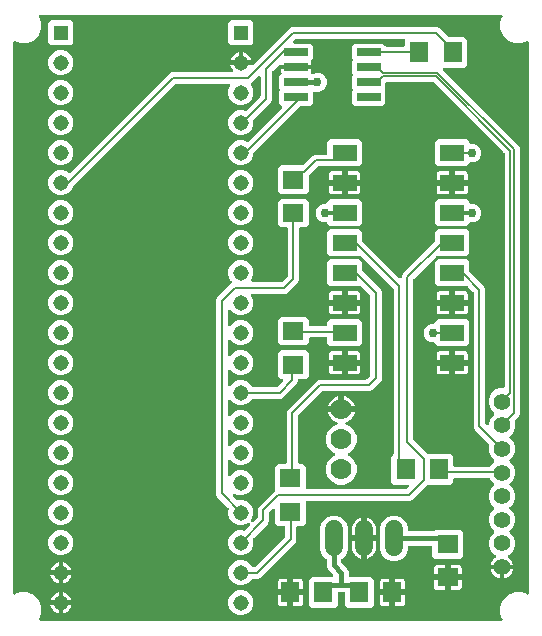
<source format=gbr>
G04 EAGLE Gerber RS-274X export*
G75*
%MOMM*%
%FSLAX34Y34*%
%LPD*%
%INTop Copper*%
%IPPOS*%
%AMOC8*
5,1,8,0,0,1.08239X$1,22.5*%
G01*
%ADD10R,1.308000X1.308000*%
%ADD11C,1.308000*%
%ADD12R,2.032000X0.660400*%
%ADD13R,1.800000X1.600000*%
%ADD14R,1.600000X1.800000*%
%ADD15R,1.803000X1.600000*%
%ADD16R,1.600000X1.803000*%
%ADD17C,1.508000*%
%ADD18R,2.100000X1.450000*%
%ADD19C,1.422400*%
%ADD20C,1.778000*%
%ADD21C,0.756400*%
%ADD22C,0.304800*%
%ADD23C,0.406400*%
%ADD24C,0.152400*%

G36*
X423572Y35567D02*
X423572Y35567D01*
X423622Y35565D01*
X423729Y35587D01*
X423838Y35601D01*
X423884Y35619D01*
X423933Y35629D01*
X424032Y35677D01*
X424134Y35718D01*
X424174Y35747D01*
X424219Y35769D01*
X424302Y35840D01*
X424391Y35904D01*
X424423Y35943D01*
X424461Y35975D01*
X424524Y36065D01*
X424594Y36149D01*
X424615Y36194D01*
X424644Y36235D01*
X424683Y36338D01*
X424730Y36437D01*
X424739Y36486D01*
X424757Y36532D01*
X424769Y36642D01*
X424789Y36749D01*
X424786Y36799D01*
X424792Y36848D01*
X424776Y36957D01*
X424770Y37067D01*
X424754Y37114D01*
X424747Y37163D01*
X424695Y37316D01*
X422989Y41434D01*
X422989Y47466D01*
X425297Y53038D01*
X429562Y57303D01*
X435134Y59611D01*
X441166Y59611D01*
X445338Y57882D01*
X445386Y57869D01*
X445431Y57848D01*
X445539Y57827D01*
X445645Y57798D01*
X445695Y57798D01*
X445744Y57788D01*
X445853Y57795D01*
X445963Y57793D01*
X446011Y57805D01*
X446061Y57808D01*
X446165Y57842D01*
X446272Y57868D01*
X446316Y57891D01*
X446363Y57906D01*
X446456Y57965D01*
X446553Y58016D01*
X446590Y58050D01*
X446632Y58076D01*
X446707Y58156D01*
X446789Y58230D01*
X446816Y58272D01*
X446850Y58308D01*
X446903Y58404D01*
X446963Y58496D01*
X446980Y58543D01*
X447004Y58586D01*
X447031Y58693D01*
X447067Y58797D01*
X447071Y58846D01*
X447083Y58894D01*
X447093Y59055D01*
X447093Y525145D01*
X447087Y525194D01*
X447089Y525244D01*
X447067Y525351D01*
X447053Y525461D01*
X447035Y525507D01*
X447025Y525555D01*
X446977Y525654D01*
X446936Y525756D01*
X446907Y525796D01*
X446885Y525841D01*
X446814Y525925D01*
X446750Y526014D01*
X446711Y526045D01*
X446679Y526083D01*
X446589Y526146D01*
X446505Y526216D01*
X446460Y526238D01*
X446419Y526266D01*
X446316Y526305D01*
X446217Y526352D01*
X446168Y526361D01*
X446122Y526379D01*
X446012Y526391D01*
X445905Y526412D01*
X445855Y526409D01*
X445806Y526414D01*
X445697Y526399D01*
X445587Y526392D01*
X445540Y526377D01*
X445491Y526370D01*
X445338Y526318D01*
X441166Y524589D01*
X435134Y524589D01*
X429562Y526897D01*
X425297Y531162D01*
X422989Y536734D01*
X422989Y542766D01*
X424696Y546886D01*
X424709Y546934D01*
X424730Y546979D01*
X424751Y547087D01*
X424780Y547193D01*
X424781Y547243D01*
X424790Y547292D01*
X424783Y547401D01*
X424785Y547511D01*
X424774Y547559D01*
X424770Y547609D01*
X424737Y547713D01*
X424711Y547820D01*
X424688Y547864D01*
X424672Y547911D01*
X424614Y548004D01*
X424562Y548101D01*
X424529Y548138D01*
X424502Y548180D01*
X424422Y548255D01*
X424348Y548337D01*
X424307Y548364D01*
X424271Y548398D01*
X424175Y548451D01*
X424083Y548511D01*
X424036Y548528D01*
X423992Y548552D01*
X423886Y548579D01*
X423782Y548615D01*
X423732Y548619D01*
X423684Y548631D01*
X423523Y548641D01*
X33677Y548641D01*
X33627Y548635D01*
X33578Y548637D01*
X33470Y548615D01*
X33361Y548601D01*
X33315Y548583D01*
X33266Y548573D01*
X33167Y548525D01*
X33065Y548484D01*
X33025Y548455D01*
X32980Y548433D01*
X32897Y548362D01*
X32808Y548298D01*
X32776Y548259D01*
X32738Y548227D01*
X32675Y548137D01*
X32605Y548053D01*
X32584Y548008D01*
X32555Y547967D01*
X32516Y547864D01*
X32470Y547765D01*
X32460Y547716D01*
X32443Y547670D01*
X32430Y547560D01*
X32410Y547453D01*
X32413Y547403D01*
X32407Y547354D01*
X32423Y547245D01*
X32430Y547135D01*
X32445Y547088D01*
X32452Y547039D01*
X32504Y546886D01*
X34211Y542766D01*
X34211Y536734D01*
X31903Y531162D01*
X27638Y526897D01*
X22066Y524589D01*
X16034Y524589D01*
X12154Y526197D01*
X12106Y526210D01*
X12061Y526231D01*
X11953Y526252D01*
X11847Y526281D01*
X11797Y526281D01*
X11749Y526291D01*
X11639Y526284D01*
X11529Y526286D01*
X11481Y526274D01*
X11432Y526271D01*
X11327Y526237D01*
X11220Y526212D01*
X11176Y526188D01*
X11129Y526173D01*
X11036Y526114D01*
X10939Y526063D01*
X10902Y526030D01*
X10860Y526003D01*
X10785Y525923D01*
X10703Y525849D01*
X10676Y525808D01*
X10642Y525772D01*
X10589Y525675D01*
X10528Y525583D01*
X10512Y525536D01*
X10489Y525493D01*
X10461Y525387D01*
X10425Y525282D01*
X10421Y525233D01*
X10409Y525185D01*
X10399Y525025D01*
X10177Y59085D01*
X10183Y59035D01*
X10181Y58985D01*
X10203Y58878D01*
X10216Y58769D01*
X10235Y58722D01*
X10245Y58674D01*
X10293Y58575D01*
X10333Y58473D01*
X10363Y58433D01*
X10385Y58388D01*
X10456Y58305D01*
X10520Y58216D01*
X10559Y58184D01*
X10591Y58146D01*
X10680Y58083D01*
X10765Y58013D01*
X10810Y57992D01*
X10851Y57963D01*
X10954Y57924D01*
X11053Y57877D01*
X11102Y57868D01*
X11148Y57850D01*
X11257Y57838D01*
X11365Y57817D01*
X11415Y57820D01*
X11464Y57815D01*
X11573Y57830D01*
X11682Y57837D01*
X11730Y57852D01*
X11779Y57859D01*
X11932Y57911D01*
X16034Y59611D01*
X22066Y59611D01*
X27638Y57303D01*
X31903Y53038D01*
X34211Y47466D01*
X34211Y41434D01*
X32505Y37316D01*
X32492Y37268D01*
X32470Y37223D01*
X32450Y37115D01*
X32421Y37009D01*
X32420Y36959D01*
X32411Y36910D01*
X32417Y36801D01*
X32416Y36691D01*
X32427Y36643D01*
X32430Y36593D01*
X32464Y36489D01*
X32490Y36382D01*
X32513Y36338D01*
X32528Y36291D01*
X32587Y36198D01*
X32639Y36101D01*
X32672Y36064D01*
X32699Y36022D01*
X32779Y35947D01*
X32853Y35865D01*
X32894Y35838D01*
X32930Y35804D01*
X33026Y35751D01*
X33118Y35691D01*
X33165Y35674D01*
X33209Y35650D01*
X33315Y35623D01*
X33419Y35587D01*
X33469Y35583D01*
X33517Y35571D01*
X33677Y35561D01*
X423523Y35561D01*
X423572Y35567D01*
G37*
%LPC*%
G36*
X201091Y65595D02*
X201091Y65595D01*
X197193Y67210D01*
X194210Y70193D01*
X192595Y74091D01*
X192595Y78309D01*
X194210Y82207D01*
X197193Y85190D01*
X201091Y86805D01*
X205309Y86805D01*
X209207Y85190D01*
X212190Y82207D01*
X212355Y81810D01*
X212369Y81785D01*
X212378Y81757D01*
X212448Y81647D01*
X212512Y81534D01*
X212533Y81513D01*
X212548Y81488D01*
X212643Y81399D01*
X212733Y81306D01*
X212759Y81290D01*
X212780Y81270D01*
X212894Y81207D01*
X213005Y81139D01*
X213033Y81131D01*
X213059Y81116D01*
X213184Y81084D01*
X213308Y81046D01*
X213338Y81044D01*
X213367Y81037D01*
X213527Y81027D01*
X214391Y81027D01*
X214489Y81039D01*
X214588Y81042D01*
X214646Y81059D01*
X214706Y81067D01*
X214799Y81103D01*
X214894Y81131D01*
X214946Y81161D01*
X215002Y81184D01*
X215082Y81242D01*
X215168Y81292D01*
X215243Y81358D01*
X215260Y81370D01*
X215267Y81380D01*
X215288Y81398D01*
X240166Y106276D01*
X240226Y106354D01*
X240294Y106426D01*
X240323Y106479D01*
X240360Y106527D01*
X240400Y106618D01*
X240448Y106704D01*
X240463Y106763D01*
X240487Y106819D01*
X240502Y106917D01*
X240527Y107012D01*
X240533Y107112D01*
X240537Y107133D01*
X240535Y107145D01*
X240537Y107173D01*
X240537Y114686D01*
X240522Y114804D01*
X240515Y114923D01*
X240502Y114961D01*
X240497Y115002D01*
X240454Y115112D01*
X240417Y115225D01*
X240395Y115260D01*
X240380Y115297D01*
X240311Y115393D01*
X240247Y115494D01*
X240217Y115522D01*
X240194Y115555D01*
X240102Y115631D01*
X240015Y115712D01*
X239980Y115732D01*
X239949Y115757D01*
X239841Y115808D01*
X239737Y115866D01*
X239697Y115876D01*
X239661Y115893D01*
X239544Y115915D01*
X239429Y115945D01*
X239369Y115949D01*
X239349Y115953D01*
X239328Y115951D01*
X239268Y115955D01*
X234411Y115955D01*
X232030Y118336D01*
X232030Y129430D01*
X232013Y129567D01*
X232000Y129706D01*
X231993Y129726D01*
X231990Y129746D01*
X231939Y129874D01*
X231892Y130006D01*
X231881Y130022D01*
X231873Y130041D01*
X231792Y130154D01*
X231714Y130269D01*
X231698Y130282D01*
X231687Y130299D01*
X231579Y130387D01*
X231475Y130479D01*
X231457Y130488D01*
X231442Y130501D01*
X231316Y130561D01*
X231192Y130624D01*
X231172Y130628D01*
X231154Y130637D01*
X231018Y130663D01*
X230882Y130694D01*
X230861Y130693D01*
X230842Y130697D01*
X230703Y130688D01*
X230564Y130684D01*
X230544Y130678D01*
X230524Y130677D01*
X230392Y130634D01*
X230258Y130595D01*
X230241Y130585D01*
X230222Y130579D01*
X230104Y130504D01*
X229984Y130434D01*
X229963Y130415D01*
X229953Y130409D01*
X229939Y130394D01*
X229864Y130328D01*
X227448Y127912D01*
X227388Y127834D01*
X227320Y127762D01*
X227291Y127709D01*
X227254Y127661D01*
X227214Y127570D01*
X227166Y127484D01*
X227151Y127425D01*
X227127Y127369D01*
X227112Y127271D01*
X227087Y127176D01*
X227081Y127076D01*
X227077Y127055D01*
X227079Y127043D01*
X227077Y127015D01*
X227077Y119690D01*
X226342Y117916D01*
X213915Y105489D01*
X213897Y105466D01*
X213875Y105447D01*
X213800Y105341D01*
X213721Y105238D01*
X213709Y105211D01*
X213692Y105187D01*
X213646Y105066D01*
X213594Y104946D01*
X213590Y104917D01*
X213579Y104890D01*
X213565Y104761D01*
X213544Y104632D01*
X213547Y104603D01*
X213544Y104573D01*
X213562Y104445D01*
X213574Y104316D01*
X213584Y104288D01*
X213588Y104259D01*
X213640Y104106D01*
X213805Y103709D01*
X213805Y99491D01*
X212190Y95593D01*
X209207Y92610D01*
X205309Y90995D01*
X201091Y90995D01*
X197193Y92610D01*
X194210Y95593D01*
X192595Y99491D01*
X192595Y103709D01*
X194210Y107607D01*
X197193Y110590D01*
X201091Y112205D01*
X205309Y112205D01*
X205706Y112040D01*
X205735Y112033D01*
X205761Y112019D01*
X205888Y111991D01*
X206013Y111956D01*
X206042Y111956D01*
X206071Y111949D01*
X206201Y111953D01*
X206331Y111951D01*
X206360Y111958D01*
X206389Y111959D01*
X206514Y111995D01*
X206640Y112026D01*
X206666Y112039D01*
X206695Y112048D01*
X206807Y112114D01*
X206921Y112174D01*
X206943Y112194D01*
X206969Y112209D01*
X207089Y112315D01*
X210801Y116027D01*
X210844Y116082D01*
X210894Y116131D01*
X210941Y116207D01*
X210996Y116278D01*
X211023Y116342D01*
X211060Y116402D01*
X211086Y116487D01*
X211122Y116570D01*
X211133Y116639D01*
X211154Y116706D01*
X211158Y116795D01*
X211172Y116884D01*
X211165Y116954D01*
X211169Y117023D01*
X211151Y117111D01*
X211142Y117201D01*
X211118Y117267D01*
X211104Y117335D01*
X211065Y117415D01*
X211035Y117500D01*
X210995Y117558D01*
X210965Y117620D01*
X210906Y117689D01*
X210856Y117763D01*
X210804Y117809D01*
X210758Y117862D01*
X210685Y117914D01*
X210617Y117974D01*
X210555Y118005D01*
X210498Y118045D01*
X210414Y118077D01*
X210334Y118118D01*
X210266Y118133D01*
X210201Y118158D01*
X210112Y118168D01*
X210024Y118188D01*
X209954Y118186D01*
X209885Y118193D01*
X209796Y118181D01*
X209706Y118178D01*
X209639Y118159D01*
X209570Y118149D01*
X209418Y118097D01*
X205309Y116395D01*
X201091Y116395D01*
X197193Y118010D01*
X194210Y120993D01*
X192595Y124891D01*
X192595Y129109D01*
X192908Y129865D01*
X192916Y129894D01*
X192930Y129920D01*
X192958Y130047D01*
X192992Y130172D01*
X192993Y130202D01*
X192999Y130231D01*
X192995Y130360D01*
X192997Y130490D01*
X192991Y130519D01*
X192990Y130548D01*
X192954Y130673D01*
X192923Y130799D01*
X192909Y130826D01*
X192901Y130854D01*
X192835Y130965D01*
X192775Y131081D01*
X192755Y131102D01*
X192740Y131128D01*
X192633Y131249D01*
X183106Y140776D01*
X182371Y142550D01*
X182371Y307538D01*
X183106Y309312D01*
X195201Y321407D01*
X195274Y321501D01*
X195353Y321590D01*
X195371Y321626D01*
X195396Y321658D01*
X195443Y321767D01*
X195497Y321873D01*
X195506Y321913D01*
X195522Y321950D01*
X195541Y322068D01*
X195567Y322184D01*
X195566Y322224D01*
X195572Y322264D01*
X195561Y322382D01*
X195557Y322502D01*
X195546Y322540D01*
X195542Y322581D01*
X195502Y322693D01*
X195469Y322807D01*
X195448Y322842D01*
X195435Y322880D01*
X195368Y322978D01*
X195307Y323081D01*
X195267Y323126D01*
X195256Y323143D01*
X195241Y323157D01*
X195201Y323202D01*
X194210Y324193D01*
X192595Y328091D01*
X192595Y332309D01*
X194210Y336207D01*
X197193Y339190D01*
X201091Y340805D01*
X205309Y340805D01*
X209207Y339190D01*
X212190Y336207D01*
X213805Y332309D01*
X213805Y328091D01*
X212144Y324082D01*
X212131Y324034D01*
X212110Y323989D01*
X212089Y323881D01*
X212060Y323775D01*
X212059Y323725D01*
X212050Y323676D01*
X212057Y323567D01*
X212055Y323457D01*
X212067Y323409D01*
X212070Y323359D01*
X212104Y323255D01*
X212129Y323148D01*
X212153Y323104D01*
X212168Y323057D01*
X212227Y322964D01*
X212278Y322867D01*
X212311Y322830D01*
X212338Y322788D01*
X212418Y322713D01*
X212492Y322631D01*
X212533Y322604D01*
X212570Y322570D01*
X212666Y322517D01*
X212758Y322457D01*
X212805Y322440D01*
X212848Y322416D01*
X212954Y322389D01*
X213058Y322353D01*
X213108Y322349D01*
X213156Y322337D01*
X213317Y322327D01*
X237505Y322327D01*
X237603Y322339D01*
X237702Y322342D01*
X237760Y322359D01*
X237820Y322367D01*
X237913Y322403D01*
X238008Y322431D01*
X238060Y322461D01*
X238116Y322484D01*
X238196Y322542D01*
X238282Y322592D01*
X238357Y322658D01*
X238374Y322670D01*
X238381Y322680D01*
X238402Y322698D01*
X242452Y326748D01*
X242512Y326826D01*
X242580Y326898D01*
X242609Y326951D01*
X242646Y326999D01*
X242686Y327090D01*
X242734Y327176D01*
X242749Y327235D01*
X242773Y327291D01*
X242788Y327389D01*
X242813Y327484D01*
X242819Y327584D01*
X242823Y327605D01*
X242821Y327617D01*
X242823Y327645D01*
X242823Y367416D01*
X242808Y367534D01*
X242801Y367653D01*
X242788Y367691D01*
X242783Y367732D01*
X242740Y367842D01*
X242703Y367955D01*
X242681Y367990D01*
X242666Y368027D01*
X242597Y368123D01*
X242533Y368224D01*
X242503Y368252D01*
X242480Y368285D01*
X242388Y368361D01*
X242301Y368442D01*
X242266Y368462D01*
X242235Y368487D01*
X242127Y368538D01*
X242023Y368596D01*
X241983Y368606D01*
X241947Y368623D01*
X241830Y368645D01*
X241715Y368675D01*
X241655Y368679D01*
X241635Y368683D01*
X241614Y368681D01*
X241554Y368685D01*
X236951Y368685D01*
X234570Y371066D01*
X234570Y390434D01*
X236951Y392815D01*
X258349Y392815D01*
X260730Y390434D01*
X260730Y371066D01*
X258349Y368685D01*
X253746Y368685D01*
X253628Y368670D01*
X253509Y368663D01*
X253471Y368650D01*
X253430Y368645D01*
X253320Y368602D01*
X253207Y368565D01*
X253172Y368543D01*
X253135Y368528D01*
X253039Y368459D01*
X252938Y368395D01*
X252910Y368365D01*
X252877Y368342D01*
X252801Y368250D01*
X252720Y368163D01*
X252700Y368128D01*
X252675Y368097D01*
X252624Y367989D01*
X252566Y367885D01*
X252556Y367845D01*
X252539Y367809D01*
X252517Y367692D01*
X252487Y367577D01*
X252483Y367517D01*
X252479Y367497D01*
X252481Y367476D01*
X252477Y367416D01*
X252477Y324160D01*
X251742Y322386D01*
X242764Y313408D01*
X240990Y312673D01*
X213317Y312673D01*
X213267Y312667D01*
X213218Y312669D01*
X213110Y312647D01*
X213001Y312633D01*
X212955Y312615D01*
X212906Y312605D01*
X212808Y312557D01*
X212706Y312516D01*
X212665Y312487D01*
X212621Y312465D01*
X212537Y312394D01*
X212448Y312330D01*
X212417Y312291D01*
X212379Y312259D01*
X212316Y312169D01*
X212245Y312085D01*
X212224Y312040D01*
X212196Y311999D01*
X212157Y311896D01*
X212110Y311797D01*
X212101Y311748D01*
X212083Y311702D01*
X212071Y311592D01*
X212050Y311485D01*
X212053Y311435D01*
X212048Y311386D01*
X212063Y311277D01*
X212070Y311167D01*
X212085Y311120D01*
X212092Y311071D01*
X212144Y310918D01*
X213805Y306909D01*
X213805Y302691D01*
X212190Y298793D01*
X209207Y295810D01*
X205309Y294195D01*
X201091Y294195D01*
X197193Y295810D01*
X194191Y298811D01*
X194082Y298896D01*
X193975Y298985D01*
X193956Y298994D01*
X193940Y299006D01*
X193812Y299062D01*
X193687Y299121D01*
X193667Y299124D01*
X193648Y299132D01*
X193510Y299154D01*
X193374Y299180D01*
X193354Y299179D01*
X193334Y299182D01*
X193195Y299169D01*
X193057Y299161D01*
X193038Y299154D01*
X193018Y299153D01*
X192886Y299105D01*
X192755Y299063D01*
X192737Y299052D01*
X192718Y299045D01*
X192603Y298967D01*
X192486Y298892D01*
X192472Y298878D01*
X192455Y298866D01*
X192363Y298762D01*
X192268Y298661D01*
X192258Y298643D01*
X192245Y298628D01*
X192181Y298504D01*
X192114Y298382D01*
X192109Y298363D01*
X192100Y298345D01*
X192070Y298209D01*
X192035Y298074D01*
X192033Y298046D01*
X192030Y298034D01*
X192031Y298014D01*
X192025Y297914D01*
X192025Y286286D01*
X192042Y286149D01*
X192055Y286010D01*
X192062Y285991D01*
X192065Y285971D01*
X192116Y285842D01*
X192163Y285711D01*
X192174Y285694D01*
X192182Y285675D01*
X192263Y285563D01*
X192341Y285448D01*
X192357Y285434D01*
X192368Y285418D01*
X192476Y285329D01*
X192580Y285237D01*
X192598Y285228D01*
X192613Y285215D01*
X192739Y285156D01*
X192863Y285092D01*
X192883Y285088D01*
X192901Y285079D01*
X193037Y285053D01*
X193173Y285023D01*
X193194Y285023D01*
X193213Y285020D01*
X193352Y285028D01*
X193491Y285032D01*
X193511Y285038D01*
X193531Y285039D01*
X193663Y285082D01*
X193797Y285121D01*
X193814Y285131D01*
X193833Y285137D01*
X193951Y285212D01*
X194071Y285282D01*
X194092Y285301D01*
X194102Y285308D01*
X194116Y285323D01*
X194191Y285389D01*
X197193Y288390D01*
X201091Y290005D01*
X205309Y290005D01*
X209207Y288390D01*
X212190Y285407D01*
X213805Y281509D01*
X213805Y277291D01*
X212190Y273393D01*
X209207Y270410D01*
X205309Y268795D01*
X201091Y268795D01*
X197193Y270410D01*
X194191Y273411D01*
X194082Y273496D01*
X193975Y273585D01*
X193956Y273594D01*
X193940Y273606D01*
X193812Y273662D01*
X193687Y273721D01*
X193667Y273724D01*
X193648Y273732D01*
X193510Y273754D01*
X193374Y273780D01*
X193354Y273779D01*
X193334Y273782D01*
X193195Y273769D01*
X193057Y273761D01*
X193038Y273754D01*
X193018Y273753D01*
X192886Y273705D01*
X192755Y273663D01*
X192737Y273652D01*
X192718Y273645D01*
X192603Y273567D01*
X192486Y273492D01*
X192472Y273478D01*
X192455Y273466D01*
X192363Y273362D01*
X192268Y273261D01*
X192258Y273243D01*
X192245Y273228D01*
X192181Y273104D01*
X192114Y272982D01*
X192109Y272963D01*
X192100Y272945D01*
X192070Y272809D01*
X192035Y272674D01*
X192033Y272646D01*
X192030Y272634D01*
X192031Y272614D01*
X192025Y272514D01*
X192025Y260886D01*
X192042Y260749D01*
X192055Y260610D01*
X192062Y260591D01*
X192065Y260571D01*
X192116Y260442D01*
X192163Y260311D01*
X192174Y260294D01*
X192182Y260275D01*
X192263Y260163D01*
X192341Y260048D01*
X192357Y260034D01*
X192368Y260018D01*
X192476Y259929D01*
X192580Y259837D01*
X192598Y259828D01*
X192613Y259815D01*
X192739Y259756D01*
X192863Y259692D01*
X192883Y259688D01*
X192901Y259679D01*
X193037Y259653D01*
X193173Y259623D01*
X193194Y259623D01*
X193213Y259620D01*
X193352Y259628D01*
X193491Y259632D01*
X193511Y259638D01*
X193531Y259639D01*
X193663Y259682D01*
X193797Y259721D01*
X193814Y259731D01*
X193833Y259737D01*
X193951Y259812D01*
X194071Y259882D01*
X194092Y259901D01*
X194102Y259908D01*
X194116Y259923D01*
X194191Y259989D01*
X197193Y262990D01*
X201091Y264605D01*
X205309Y264605D01*
X209207Y262990D01*
X212190Y260007D01*
X213805Y256109D01*
X213805Y251891D01*
X212190Y247993D01*
X209207Y245010D01*
X205309Y243395D01*
X201091Y243395D01*
X197193Y245010D01*
X194191Y248011D01*
X194082Y248096D01*
X193975Y248185D01*
X193956Y248194D01*
X193940Y248206D01*
X193812Y248262D01*
X193687Y248321D01*
X193667Y248324D01*
X193648Y248332D01*
X193510Y248354D01*
X193374Y248380D01*
X193354Y248379D01*
X193334Y248382D01*
X193195Y248369D01*
X193057Y248361D01*
X193038Y248354D01*
X193018Y248353D01*
X192886Y248305D01*
X192755Y248263D01*
X192737Y248252D01*
X192718Y248245D01*
X192603Y248167D01*
X192486Y248092D01*
X192472Y248078D01*
X192455Y248066D01*
X192363Y247962D01*
X192268Y247861D01*
X192258Y247843D01*
X192245Y247828D01*
X192181Y247704D01*
X192114Y247582D01*
X192109Y247563D01*
X192100Y247545D01*
X192070Y247409D01*
X192035Y247274D01*
X192033Y247246D01*
X192030Y247234D01*
X192031Y247214D01*
X192025Y247114D01*
X192025Y235486D01*
X192042Y235349D01*
X192055Y235210D01*
X192062Y235191D01*
X192065Y235171D01*
X192116Y235042D01*
X192163Y234911D01*
X192174Y234894D01*
X192182Y234875D01*
X192263Y234763D01*
X192341Y234648D01*
X192357Y234634D01*
X192368Y234618D01*
X192476Y234529D01*
X192580Y234437D01*
X192598Y234428D01*
X192613Y234415D01*
X192739Y234356D01*
X192863Y234292D01*
X192883Y234288D01*
X192901Y234279D01*
X193037Y234253D01*
X193173Y234223D01*
X193194Y234223D01*
X193213Y234220D01*
X193352Y234228D01*
X193491Y234232D01*
X193511Y234238D01*
X193531Y234239D01*
X193663Y234282D01*
X193797Y234321D01*
X193814Y234331D01*
X193833Y234337D01*
X193951Y234412D01*
X194071Y234482D01*
X194092Y234501D01*
X194102Y234508D01*
X194116Y234523D01*
X194191Y234589D01*
X197193Y237590D01*
X201091Y239205D01*
X205309Y239205D01*
X209207Y237590D01*
X212190Y234607D01*
X212355Y234210D01*
X212369Y234185D01*
X212378Y234157D01*
X212448Y234047D01*
X212512Y233934D01*
X212533Y233913D01*
X212548Y233888D01*
X212643Y233799D01*
X212733Y233706D01*
X212759Y233690D01*
X212780Y233670D01*
X212894Y233607D01*
X213005Y233539D01*
X213033Y233531D01*
X213059Y233516D01*
X213184Y233484D01*
X213308Y233446D01*
X213338Y233444D01*
X213367Y233437D01*
X213527Y233427D01*
X233441Y233427D01*
X233539Y233439D01*
X233638Y233442D01*
X233696Y233459D01*
X233756Y233467D01*
X233849Y233503D01*
X233944Y233531D01*
X233996Y233561D01*
X234052Y233584D01*
X234132Y233642D01*
X234218Y233692D01*
X234293Y233758D01*
X234310Y233770D01*
X234317Y233780D01*
X234338Y233798D01*
X238789Y238249D01*
X238874Y238358D01*
X238962Y238465D01*
X238971Y238484D01*
X238983Y238500D01*
X239039Y238628D01*
X239098Y238753D01*
X239102Y238773D01*
X239110Y238792D01*
X239132Y238930D01*
X239158Y239066D01*
X239156Y239086D01*
X239160Y239106D01*
X239147Y239245D01*
X239138Y239383D01*
X239132Y239402D01*
X239130Y239422D01*
X239083Y239554D01*
X239040Y239685D01*
X239029Y239703D01*
X239022Y239722D01*
X238944Y239837D01*
X238870Y239954D01*
X238855Y239968D01*
X238844Y239985D01*
X238739Y240077D01*
X238638Y240172D01*
X238620Y240182D01*
X238605Y240195D01*
X238481Y240259D01*
X238360Y240326D01*
X238340Y240331D01*
X238322Y240340D01*
X238186Y240370D01*
X238052Y240405D01*
X238024Y240407D01*
X238012Y240410D01*
X237991Y240409D01*
X237891Y240415D01*
X236951Y240415D01*
X234570Y242796D01*
X234570Y262164D01*
X236951Y264545D01*
X258349Y264545D01*
X260730Y262164D01*
X260730Y242796D01*
X258349Y240415D01*
X252730Y240415D01*
X252612Y240400D01*
X252493Y240393D01*
X252455Y240380D01*
X252414Y240375D01*
X252304Y240332D01*
X252191Y240295D01*
X252156Y240273D01*
X252119Y240258D01*
X252023Y240189D01*
X251922Y240125D01*
X251894Y240095D01*
X251861Y240072D01*
X251785Y239980D01*
X251704Y239893D01*
X251684Y239858D01*
X251659Y239827D01*
X251608Y239719D01*
X251550Y239615D01*
X251540Y239575D01*
X251523Y239539D01*
X251501Y239422D01*
X251471Y239307D01*
X251467Y239247D01*
X251463Y239227D01*
X251465Y239206D01*
X251461Y239146D01*
X251461Y238308D01*
X250726Y236534D01*
X238700Y224508D01*
X236926Y223773D01*
X213527Y223773D01*
X213498Y223770D01*
X213468Y223772D01*
X213341Y223750D01*
X213212Y223733D01*
X213184Y223723D01*
X213155Y223717D01*
X213037Y223664D01*
X212916Y223616D01*
X212892Y223599D01*
X212865Y223587D01*
X212764Y223506D01*
X212659Y223430D01*
X212640Y223407D01*
X212617Y223388D01*
X212539Y223285D01*
X212456Y223185D01*
X212443Y223158D01*
X212426Y223134D01*
X212355Y222990D01*
X212190Y222593D01*
X209207Y219610D01*
X205309Y217995D01*
X201091Y217995D01*
X197193Y219610D01*
X194191Y222611D01*
X194082Y222696D01*
X193975Y222785D01*
X193956Y222794D01*
X193940Y222806D01*
X193812Y222862D01*
X193687Y222921D01*
X193667Y222924D01*
X193648Y222932D01*
X193510Y222954D01*
X193374Y222980D01*
X193354Y222979D01*
X193334Y222982D01*
X193195Y222969D01*
X193057Y222961D01*
X193038Y222954D01*
X193018Y222953D01*
X192886Y222905D01*
X192755Y222863D01*
X192737Y222852D01*
X192718Y222845D01*
X192603Y222767D01*
X192486Y222692D01*
X192472Y222678D01*
X192455Y222666D01*
X192363Y222562D01*
X192268Y222461D01*
X192258Y222443D01*
X192245Y222428D01*
X192181Y222304D01*
X192114Y222182D01*
X192109Y222163D01*
X192100Y222145D01*
X192070Y222009D01*
X192035Y221874D01*
X192033Y221846D01*
X192030Y221834D01*
X192031Y221814D01*
X192025Y221714D01*
X192025Y210086D01*
X192042Y209949D01*
X192055Y209810D01*
X192062Y209791D01*
X192065Y209771D01*
X192116Y209642D01*
X192163Y209511D01*
X192174Y209494D01*
X192182Y209475D01*
X192263Y209363D01*
X192341Y209248D01*
X192357Y209234D01*
X192368Y209218D01*
X192476Y209129D01*
X192580Y209037D01*
X192598Y209028D01*
X192613Y209015D01*
X192739Y208956D01*
X192863Y208892D01*
X192883Y208888D01*
X192901Y208879D01*
X193037Y208853D01*
X193173Y208823D01*
X193194Y208823D01*
X193213Y208820D01*
X193352Y208828D01*
X193491Y208832D01*
X193511Y208838D01*
X193531Y208839D01*
X193663Y208882D01*
X193797Y208921D01*
X193814Y208931D01*
X193833Y208937D01*
X193951Y209012D01*
X194071Y209082D01*
X194092Y209101D01*
X194102Y209108D01*
X194116Y209123D01*
X194191Y209189D01*
X197193Y212190D01*
X201091Y213805D01*
X205309Y213805D01*
X209207Y212190D01*
X212190Y209207D01*
X213805Y205309D01*
X213805Y201091D01*
X212190Y197193D01*
X209207Y194210D01*
X205309Y192595D01*
X201091Y192595D01*
X197193Y194210D01*
X194191Y197211D01*
X194082Y197296D01*
X193975Y197385D01*
X193956Y197394D01*
X193940Y197406D01*
X193812Y197462D01*
X193687Y197521D01*
X193667Y197524D01*
X193648Y197532D01*
X193510Y197554D01*
X193374Y197580D01*
X193354Y197579D01*
X193334Y197582D01*
X193195Y197569D01*
X193057Y197561D01*
X193038Y197554D01*
X193018Y197553D01*
X192886Y197505D01*
X192755Y197463D01*
X192737Y197452D01*
X192718Y197445D01*
X192603Y197367D01*
X192486Y197292D01*
X192472Y197278D01*
X192455Y197266D01*
X192363Y197162D01*
X192268Y197061D01*
X192258Y197043D01*
X192245Y197028D01*
X192181Y196904D01*
X192114Y196782D01*
X192109Y196763D01*
X192100Y196745D01*
X192070Y196609D01*
X192035Y196474D01*
X192033Y196446D01*
X192030Y196434D01*
X192031Y196414D01*
X192025Y196314D01*
X192025Y184686D01*
X192042Y184549D01*
X192055Y184410D01*
X192062Y184391D01*
X192065Y184371D01*
X192116Y184242D01*
X192163Y184111D01*
X192174Y184094D01*
X192182Y184075D01*
X192263Y183963D01*
X192341Y183848D01*
X192357Y183834D01*
X192368Y183818D01*
X192476Y183729D01*
X192580Y183637D01*
X192598Y183628D01*
X192613Y183615D01*
X192739Y183556D01*
X192863Y183492D01*
X192883Y183488D01*
X192901Y183479D01*
X193037Y183453D01*
X193173Y183423D01*
X193194Y183423D01*
X193213Y183420D01*
X193352Y183428D01*
X193491Y183432D01*
X193511Y183438D01*
X193531Y183439D01*
X193663Y183482D01*
X193797Y183521D01*
X193814Y183531D01*
X193833Y183537D01*
X193951Y183612D01*
X194071Y183682D01*
X194092Y183701D01*
X194102Y183708D01*
X194116Y183723D01*
X194191Y183789D01*
X197193Y186790D01*
X201091Y188405D01*
X205309Y188405D01*
X209207Y186790D01*
X212190Y183807D01*
X213805Y179909D01*
X213805Y175691D01*
X212190Y171793D01*
X209207Y168810D01*
X205309Y167195D01*
X201091Y167195D01*
X197193Y168810D01*
X194191Y171811D01*
X194082Y171896D01*
X193975Y171985D01*
X193956Y171994D01*
X193940Y172006D01*
X193812Y172062D01*
X193687Y172121D01*
X193667Y172124D01*
X193648Y172132D01*
X193510Y172154D01*
X193374Y172180D01*
X193354Y172179D01*
X193334Y172182D01*
X193195Y172169D01*
X193057Y172161D01*
X193038Y172154D01*
X193018Y172153D01*
X192886Y172105D01*
X192755Y172063D01*
X192737Y172052D01*
X192718Y172045D01*
X192603Y171967D01*
X192486Y171892D01*
X192472Y171878D01*
X192455Y171866D01*
X192363Y171762D01*
X192268Y171661D01*
X192258Y171643D01*
X192245Y171628D01*
X192181Y171504D01*
X192114Y171382D01*
X192109Y171363D01*
X192100Y171345D01*
X192070Y171209D01*
X192035Y171074D01*
X192033Y171046D01*
X192030Y171034D01*
X192031Y171014D01*
X192025Y170914D01*
X192025Y159286D01*
X192042Y159149D01*
X192055Y159010D01*
X192062Y158991D01*
X192065Y158971D01*
X192116Y158842D01*
X192163Y158711D01*
X192174Y158694D01*
X192182Y158675D01*
X192263Y158563D01*
X192341Y158448D01*
X192357Y158434D01*
X192368Y158418D01*
X192476Y158329D01*
X192580Y158237D01*
X192598Y158228D01*
X192613Y158215D01*
X192739Y158156D01*
X192863Y158092D01*
X192883Y158088D01*
X192901Y158079D01*
X193037Y158053D01*
X193173Y158023D01*
X193194Y158023D01*
X193213Y158020D01*
X193352Y158028D01*
X193491Y158032D01*
X193511Y158038D01*
X193531Y158039D01*
X193663Y158082D01*
X193797Y158121D01*
X193814Y158131D01*
X193833Y158137D01*
X193951Y158212D01*
X194071Y158282D01*
X194092Y158301D01*
X194102Y158308D01*
X194116Y158323D01*
X194191Y158389D01*
X197193Y161390D01*
X201091Y163005D01*
X205309Y163005D01*
X209207Y161390D01*
X212190Y158407D01*
X213805Y154509D01*
X213805Y150291D01*
X212190Y146393D01*
X209207Y143410D01*
X205309Y141795D01*
X201091Y141795D01*
X197850Y143138D01*
X197782Y143156D01*
X197718Y143184D01*
X197629Y143198D01*
X197543Y143222D01*
X197473Y143223D01*
X197404Y143234D01*
X197315Y143225D01*
X197225Y143227D01*
X197157Y143210D01*
X197088Y143204D01*
X197003Y143174D01*
X196916Y143153D01*
X196854Y143120D01*
X196788Y143096D01*
X196714Y143046D01*
X196635Y143004D01*
X196583Y142957D01*
X196525Y142918D01*
X196466Y142850D01*
X196399Y142790D01*
X196361Y142732D01*
X196315Y142679D01*
X196274Y142599D01*
X196224Y142524D01*
X196202Y142458D01*
X196170Y142396D01*
X196150Y142308D01*
X196121Y142223D01*
X196116Y142154D01*
X196100Y142086D01*
X196103Y141996D01*
X196096Y141906D01*
X196108Y141838D01*
X196110Y141768D01*
X196135Y141682D01*
X196150Y141593D01*
X196179Y141529D01*
X196198Y141462D01*
X196244Y141385D01*
X196281Y141303D01*
X196324Y141249D01*
X196360Y141188D01*
X196466Y141068D01*
X199670Y137864D01*
X199693Y137846D01*
X199712Y137824D01*
X199818Y137749D01*
X199921Y137669D01*
X199948Y137658D01*
X199972Y137641D01*
X200094Y137595D01*
X200213Y137543D01*
X200242Y137538D01*
X200270Y137528D01*
X200398Y137514D01*
X200527Y137493D01*
X200556Y137496D01*
X200586Y137493D01*
X200714Y137511D01*
X200844Y137523D01*
X200871Y137533D01*
X200901Y137537D01*
X201053Y137589D01*
X201091Y137605D01*
X205309Y137605D01*
X209207Y135990D01*
X212190Y133007D01*
X213805Y129109D01*
X213805Y124891D01*
X212103Y120782D01*
X212085Y120715D01*
X212057Y120651D01*
X212043Y120562D01*
X212019Y120476D01*
X212018Y120406D01*
X212007Y120337D01*
X212015Y120247D01*
X212014Y120158D01*
X212030Y120090D01*
X212037Y120020D01*
X212067Y119936D01*
X212088Y119848D01*
X212121Y119787D01*
X212144Y119721D01*
X212195Y119647D01*
X212237Y119567D01*
X212284Y119516D01*
X212323Y119458D01*
X212390Y119398D01*
X212451Y119332D01*
X212509Y119294D01*
X212561Y119247D01*
X212641Y119207D01*
X212717Y119157D01*
X212783Y119135D01*
X212845Y119103D01*
X212932Y119083D01*
X213017Y119054D01*
X213087Y119048D01*
X213155Y119033D01*
X213245Y119036D01*
X213334Y119029D01*
X213403Y119041D01*
X213473Y119043D01*
X213559Y119068D01*
X213648Y119083D01*
X213711Y119112D01*
X213778Y119131D01*
X213856Y119177D01*
X213938Y119214D01*
X213992Y119257D01*
X214052Y119293D01*
X214173Y119399D01*
X217052Y122278D01*
X217112Y122356D01*
X217180Y122428D01*
X217209Y122481D01*
X217246Y122529D01*
X217286Y122620D01*
X217334Y122706D01*
X217349Y122765D01*
X217373Y122821D01*
X217388Y122919D01*
X217413Y123014D01*
X217419Y123114D01*
X217423Y123135D01*
X217421Y123147D01*
X217423Y123175D01*
X217423Y130500D01*
X218158Y132274D01*
X231659Y145775D01*
X231719Y145853D01*
X231787Y145925D01*
X231816Y145978D01*
X231853Y146026D01*
X231893Y146117D01*
X231941Y146203D01*
X231956Y146262D01*
X231980Y146318D01*
X231995Y146416D01*
X232020Y146511D01*
X232026Y146611D01*
X232030Y146632D01*
X232028Y146644D01*
X232030Y146672D01*
X232030Y166144D01*
X234411Y168525D01*
X240792Y168525D01*
X240910Y168540D01*
X241029Y168547D01*
X241067Y168560D01*
X241108Y168565D01*
X241218Y168608D01*
X241331Y168645D01*
X241366Y168667D01*
X241403Y168682D01*
X241499Y168751D01*
X241600Y168815D01*
X241628Y168845D01*
X241661Y168868D01*
X241737Y168960D01*
X241818Y169047D01*
X241838Y169082D01*
X241863Y169113D01*
X241914Y169221D01*
X241972Y169325D01*
X241982Y169365D01*
X241999Y169401D01*
X242021Y169518D01*
X242051Y169633D01*
X242055Y169693D01*
X242059Y169713D01*
X242057Y169734D01*
X242061Y169794D01*
X242061Y212288D01*
X242796Y214062D01*
X267776Y239042D01*
X269550Y239777D01*
X308879Y239777D01*
X308977Y239789D01*
X309076Y239792D01*
X309134Y239809D01*
X309194Y239817D01*
X309287Y239853D01*
X309382Y239881D01*
X309434Y239911D01*
X309490Y239934D01*
X309570Y239992D01*
X309656Y240042D01*
X309731Y240108D01*
X309748Y240120D01*
X309755Y240130D01*
X309776Y240148D01*
X312556Y242928D01*
X312616Y243006D01*
X312684Y243078D01*
X312713Y243131D01*
X312750Y243179D01*
X312790Y243270D01*
X312838Y243356D01*
X312853Y243415D01*
X312877Y243471D01*
X312892Y243569D01*
X312917Y243664D01*
X312923Y243764D01*
X312927Y243785D01*
X312925Y243797D01*
X312927Y243825D01*
X312927Y310911D01*
X312915Y311009D01*
X312912Y311108D01*
X312895Y311166D01*
X312887Y311226D01*
X312851Y311319D01*
X312823Y311414D01*
X312793Y311466D01*
X312770Y311522D01*
X312712Y311602D01*
X312662Y311688D01*
X312596Y311763D01*
X312584Y311780D01*
X312574Y311787D01*
X312556Y311808D01*
X305254Y319110D01*
X305160Y319183D01*
X305070Y319262D01*
X305034Y319280D01*
X305002Y319305D01*
X304893Y319353D01*
X304787Y319407D01*
X304748Y319415D01*
X304711Y319432D01*
X304593Y319450D01*
X304477Y319476D01*
X304437Y319475D01*
X304396Y319481D01*
X304278Y319470D01*
X304159Y319467D01*
X304120Y319455D01*
X304080Y319452D01*
X303968Y319411D01*
X303853Y319378D01*
X303819Y319358D01*
X303781Y319344D01*
X303682Y319277D01*
X303580Y319217D01*
X303534Y319177D01*
X303517Y319165D01*
X303504Y319150D01*
X303459Y319110D01*
X303234Y318885D01*
X278866Y318885D01*
X276485Y321266D01*
X276485Y339134D01*
X278866Y341515D01*
X303234Y341515D01*
X305615Y339134D01*
X305615Y332927D01*
X305627Y332829D01*
X305630Y332730D01*
X305647Y332672D01*
X305655Y332611D01*
X305691Y332519D01*
X305719Y332424D01*
X305749Y332372D01*
X305772Y332316D01*
X305830Y332236D01*
X305880Y332150D01*
X305946Y332075D01*
X305958Y332058D01*
X305968Y332051D01*
X305986Y332030D01*
X321846Y316170D01*
X322581Y314396D01*
X322581Y239832D01*
X321846Y238058D01*
X320488Y236700D01*
X319854Y236438D01*
X319846Y236433D01*
X319837Y236430D01*
X319709Y236355D01*
X319578Y236280D01*
X319571Y236273D01*
X319563Y236269D01*
X319442Y236162D01*
X315674Y232394D01*
X314138Y230858D01*
X312364Y230123D01*
X273035Y230123D01*
X272937Y230111D01*
X272838Y230108D01*
X272780Y230091D01*
X272720Y230083D01*
X272627Y230047D01*
X272532Y230019D01*
X272480Y229989D01*
X272424Y229966D01*
X272344Y229908D01*
X272258Y229858D01*
X272183Y229792D01*
X272166Y229780D01*
X272159Y229770D01*
X272138Y229752D01*
X252086Y209700D01*
X252026Y209622D01*
X251958Y209550D01*
X251929Y209497D01*
X251892Y209449D01*
X251852Y209358D01*
X251804Y209272D01*
X251789Y209213D01*
X251765Y209157D01*
X251750Y209059D01*
X251725Y208964D01*
X251719Y208864D01*
X251715Y208843D01*
X251717Y208831D01*
X251715Y208803D01*
X251715Y169794D01*
X251730Y169676D01*
X251737Y169557D01*
X251750Y169519D01*
X251755Y169478D01*
X251798Y169368D01*
X251835Y169255D01*
X251857Y169220D01*
X251872Y169183D01*
X251941Y169087D01*
X252005Y168986D01*
X252035Y168958D01*
X252058Y168925D01*
X252150Y168849D01*
X252237Y168768D01*
X252272Y168748D01*
X252303Y168723D01*
X252411Y168672D01*
X252515Y168614D01*
X252555Y168604D01*
X252591Y168587D01*
X252708Y168565D01*
X252823Y168535D01*
X252883Y168531D01*
X252903Y168527D01*
X252924Y168529D01*
X252984Y168525D01*
X255809Y168525D01*
X258190Y166144D01*
X258190Y148336D01*
X258205Y148218D01*
X258212Y148099D01*
X258225Y148061D01*
X258230Y148020D01*
X258273Y147910D01*
X258310Y147797D01*
X258332Y147762D01*
X258347Y147725D01*
X258416Y147629D01*
X258480Y147528D01*
X258510Y147500D01*
X258533Y147467D01*
X258625Y147391D01*
X258712Y147310D01*
X258747Y147290D01*
X258778Y147265D01*
X258886Y147214D01*
X258990Y147156D01*
X259030Y147146D01*
X259066Y147129D01*
X259183Y147107D01*
X259298Y147077D01*
X259358Y147073D01*
X259378Y147069D01*
X259399Y147071D01*
X259459Y147067D01*
X342915Y147067D01*
X343013Y147079D01*
X343112Y147082D01*
X343170Y147099D01*
X343231Y147107D01*
X343323Y147143D01*
X343418Y147171D01*
X343470Y147201D01*
X343526Y147224D01*
X343606Y147282D01*
X343692Y147332D01*
X343767Y147398D01*
X343784Y147410D01*
X343791Y147420D01*
X343812Y147438D01*
X344958Y148584D01*
X345043Y148693D01*
X345131Y148800D01*
X345140Y148819D01*
X345152Y148835D01*
X345208Y148963D01*
X345267Y149088D01*
X345271Y149108D01*
X345279Y149127D01*
X345301Y149265D01*
X345327Y149401D01*
X345325Y149421D01*
X345329Y149441D01*
X345316Y149580D01*
X345307Y149718D01*
X345301Y149737D01*
X345299Y149757D01*
X345252Y149889D01*
X345209Y150020D01*
X345198Y150038D01*
X345191Y150057D01*
X345113Y150172D01*
X345039Y150289D01*
X345024Y150303D01*
X345013Y150320D01*
X344909Y150412D01*
X344807Y150507D01*
X344789Y150517D01*
X344774Y150530D01*
X344651Y150593D01*
X344529Y150661D01*
X344509Y150666D01*
X344491Y150675D01*
X344355Y150705D01*
X344221Y150740D01*
X344193Y150742D01*
X344181Y150745D01*
X344160Y150744D01*
X344060Y150750D01*
X332966Y150750D01*
X330585Y153131D01*
X330585Y174529D01*
X332114Y176057D01*
X332174Y176135D01*
X332242Y176207D01*
X332271Y176260D01*
X332308Y176308D01*
X332348Y176399D01*
X332396Y176486D01*
X332411Y176544D01*
X332435Y176600D01*
X332450Y176698D01*
X332475Y176794D01*
X332481Y176894D01*
X332485Y176914D01*
X332483Y176926D01*
X332485Y176954D01*
X332485Y316483D01*
X332473Y316584D01*
X332469Y316686D01*
X332453Y316742D01*
X332445Y316799D01*
X332408Y316894D01*
X332379Y316991D01*
X332350Y317041D01*
X332328Y317095D01*
X332269Y317177D01*
X332217Y317264D01*
X332154Y317335D01*
X332142Y317352D01*
X332131Y317361D01*
X332110Y317385D01*
X304998Y344262D01*
X304906Y344333D01*
X304819Y344410D01*
X304780Y344430D01*
X304746Y344456D01*
X304639Y344502D01*
X304535Y344555D01*
X304493Y344564D01*
X304453Y344581D01*
X304338Y344599D01*
X304225Y344625D01*
X304182Y344623D01*
X304139Y344630D01*
X304023Y344618D01*
X303907Y344615D01*
X303866Y344603D01*
X303823Y344599D01*
X303713Y344559D01*
X303602Y344526D01*
X303564Y344505D01*
X303524Y344490D01*
X303428Y344424D01*
X303328Y344365D01*
X303279Y344322D01*
X303262Y344310D01*
X303249Y344295D01*
X303237Y344285D01*
X278866Y344285D01*
X276485Y346666D01*
X276485Y364534D01*
X278866Y366915D01*
X303234Y366915D01*
X305615Y364534D01*
X305615Y357773D01*
X305627Y357672D01*
X305631Y357571D01*
X305647Y357515D01*
X305655Y357458D01*
X305692Y357363D01*
X305721Y357265D01*
X305750Y357216D01*
X305772Y357162D01*
X305831Y357080D01*
X305883Y356992D01*
X305946Y356922D01*
X305958Y356905D01*
X305969Y356896D01*
X305990Y356872D01*
X337180Y325951D01*
X337288Y325868D01*
X337393Y325781D01*
X337414Y325771D01*
X337433Y325757D01*
X337558Y325703D01*
X337681Y325646D01*
X337704Y325641D01*
X337725Y325632D01*
X337860Y325611D01*
X337994Y325586D01*
X338016Y325587D01*
X338039Y325584D01*
X338175Y325597D01*
X338311Y325606D01*
X338333Y325613D01*
X338356Y325615D01*
X338484Y325662D01*
X338613Y325704D01*
X338633Y325716D01*
X338655Y325724D01*
X338767Y325801D01*
X338882Y325874D01*
X338898Y325891D01*
X338917Y325903D01*
X339007Y326006D01*
X339100Y326105D01*
X339111Y326125D01*
X339126Y326143D01*
X339188Y326265D01*
X339254Y326384D01*
X339259Y326406D01*
X339270Y326427D01*
X339299Y326560D01*
X339333Y326692D01*
X339335Y326724D01*
X339338Y326737D01*
X339337Y326758D01*
X339343Y326852D01*
X339343Y327350D01*
X340078Y329124D01*
X367114Y356160D01*
X367174Y356238D01*
X367242Y356310D01*
X367271Y356363D01*
X367308Y356411D01*
X367348Y356502D01*
X367396Y356588D01*
X367411Y356647D01*
X367435Y356703D01*
X367450Y356801D01*
X367475Y356896D01*
X367481Y356996D01*
X367485Y357017D01*
X367483Y357029D01*
X367485Y357057D01*
X367485Y364534D01*
X369866Y366915D01*
X394234Y366915D01*
X396615Y364534D01*
X396615Y346666D01*
X394234Y344285D01*
X369417Y344285D01*
X369319Y344273D01*
X369220Y344270D01*
X369162Y344253D01*
X369101Y344245D01*
X369009Y344209D01*
X368914Y344181D01*
X368862Y344151D01*
X368806Y344128D01*
X368726Y344070D01*
X368640Y344020D01*
X368565Y343954D01*
X368548Y343942D01*
X368541Y343932D01*
X368520Y343914D01*
X349368Y324762D01*
X349308Y324684D01*
X349240Y324612D01*
X349211Y324559D01*
X349174Y324511D01*
X349134Y324420D01*
X349086Y324334D01*
X349071Y324275D01*
X349047Y324219D01*
X349032Y324121D01*
X349007Y324026D01*
X349001Y323926D01*
X348997Y323905D01*
X348999Y323893D01*
X348997Y323865D01*
X348997Y189215D01*
X349009Y189117D01*
X349012Y189018D01*
X349029Y188960D01*
X349037Y188899D01*
X349073Y188807D01*
X349101Y188712D01*
X349131Y188660D01*
X349154Y188604D01*
X349212Y188524D01*
X349262Y188438D01*
X349328Y188363D01*
X349340Y188346D01*
X349350Y188339D01*
X349368Y188318D01*
X360405Y177281D01*
X360483Y177221D01*
X360555Y177153D01*
X360608Y177124D01*
X360656Y177087D01*
X360747Y177047D01*
X360833Y176999D01*
X360892Y176984D01*
X360948Y176960D01*
X361046Y176945D01*
X361141Y176920D01*
X361241Y176914D01*
X361262Y176910D01*
X361274Y176912D01*
X361302Y176910D01*
X380774Y176910D01*
X383155Y174529D01*
X383155Y167386D01*
X383170Y167268D01*
X383177Y167149D01*
X383190Y167111D01*
X383195Y167070D01*
X383238Y166960D01*
X383275Y166847D01*
X383297Y166812D01*
X383312Y166775D01*
X383381Y166679D01*
X383445Y166578D01*
X383475Y166550D01*
X383498Y166517D01*
X383590Y166441D01*
X383677Y166360D01*
X383712Y166340D01*
X383743Y166315D01*
X383851Y166264D01*
X383955Y166206D01*
X383995Y166196D01*
X384031Y166179D01*
X384148Y166157D01*
X384263Y166127D01*
X384323Y166123D01*
X384343Y166119D01*
X384364Y166121D01*
X384424Y166117D01*
X413300Y166117D01*
X413329Y166120D01*
X413359Y166118D01*
X413487Y166140D01*
X413615Y166157D01*
X413643Y166167D01*
X413672Y166172D01*
X413791Y166226D01*
X413911Y166274D01*
X413935Y166291D01*
X413962Y166303D01*
X414064Y166384D01*
X414168Y166460D01*
X414187Y166483D01*
X414210Y166502D01*
X414288Y166605D01*
X414371Y166705D01*
X414384Y166732D01*
X414402Y166756D01*
X414473Y166900D01*
X414705Y167461D01*
X417476Y170232D01*
X417549Y170327D01*
X417628Y170416D01*
X417646Y170452D01*
X417671Y170484D01*
X417719Y170593D01*
X417773Y170699D01*
X417781Y170738D01*
X417798Y170776D01*
X417816Y170893D01*
X417842Y171009D01*
X417841Y171050D01*
X417847Y171090D01*
X417836Y171208D01*
X417833Y171327D01*
X417821Y171366D01*
X417818Y171406D01*
X417777Y171519D01*
X417744Y171633D01*
X417724Y171667D01*
X417710Y171706D01*
X417643Y171804D01*
X417583Y171907D01*
X417543Y171952D01*
X417531Y171969D01*
X417516Y171982D01*
X417476Y172027D01*
X414705Y174799D01*
X413003Y178907D01*
X413003Y183353D01*
X413302Y184074D01*
X413310Y184103D01*
X413323Y184129D01*
X413351Y184255D01*
X413386Y184381D01*
X413386Y184410D01*
X413393Y184439D01*
X413389Y184569D01*
X413391Y184699D01*
X413384Y184727D01*
X413383Y184757D01*
X413347Y184882D01*
X413317Y185008D01*
X413303Y185034D01*
X413295Y185062D01*
X413229Y185174D01*
X413168Y185289D01*
X413148Y185311D01*
X413133Y185336D01*
X413027Y185457D01*
X401038Y197446D01*
X400303Y199220D01*
X400303Y313451D01*
X400291Y313549D01*
X400288Y313648D01*
X400271Y313706D01*
X400263Y313766D01*
X400227Y313859D01*
X400199Y313954D01*
X400169Y314006D01*
X400146Y314062D01*
X400088Y314142D01*
X400038Y314228D01*
X399972Y314303D01*
X399960Y314320D01*
X399950Y314327D01*
X399932Y314348D01*
X395712Y318568D01*
X395618Y318641D01*
X395528Y318720D01*
X395492Y318738D01*
X395460Y318763D01*
X395351Y318811D01*
X395245Y318865D01*
X395206Y318873D01*
X395169Y318890D01*
X395051Y318908D01*
X394935Y318934D01*
X394895Y318933D01*
X394854Y318939D01*
X394736Y318928D01*
X394617Y318925D01*
X394578Y318913D01*
X394538Y318910D01*
X394470Y318885D01*
X369866Y318885D01*
X367485Y321266D01*
X367485Y339134D01*
X369866Y341515D01*
X394234Y341515D01*
X396615Y339134D01*
X396615Y331843D01*
X396627Y331745D01*
X396630Y331646D01*
X396647Y331588D01*
X396655Y331528D01*
X396691Y331435D01*
X396719Y331340D01*
X396749Y331288D01*
X396772Y331232D01*
X396830Y331152D01*
X396880Y331066D01*
X396946Y330991D01*
X396958Y330974D01*
X396968Y330967D01*
X396986Y330946D01*
X409222Y318710D01*
X409957Y316936D01*
X409957Y202705D01*
X409969Y202607D01*
X409972Y202508D01*
X409989Y202450D01*
X409997Y202390D01*
X410033Y202298D01*
X410061Y202202D01*
X410091Y202150D01*
X410114Y202094D01*
X410172Y202014D01*
X410222Y201928D01*
X410288Y201853D01*
X410300Y201836D01*
X410310Y201829D01*
X410328Y201808D01*
X410836Y201300D01*
X410946Y201214D01*
X411053Y201126D01*
X411072Y201117D01*
X411088Y201105D01*
X411216Y201049D01*
X411341Y200990D01*
X411361Y200986D01*
X411380Y200978D01*
X411518Y200956D01*
X411654Y200930D01*
X411674Y200932D01*
X411694Y200928D01*
X411833Y200941D01*
X411971Y200950D01*
X411990Y200956D01*
X412010Y200958D01*
X412141Y201005D01*
X412273Y201048D01*
X412291Y201059D01*
X412310Y201066D01*
X412424Y201144D01*
X412542Y201218D01*
X412556Y201233D01*
X412573Y201244D01*
X412665Y201348D01*
X412760Y201450D01*
X412770Y201468D01*
X412783Y201483D01*
X412846Y201607D01*
X412914Y201728D01*
X412919Y201748D01*
X412928Y201766D01*
X412958Y201902D01*
X412993Y202036D01*
X412995Y202064D01*
X412998Y202076D01*
X412997Y202097D01*
X413003Y202197D01*
X413003Y203353D01*
X414705Y207461D01*
X417476Y210232D01*
X417549Y210327D01*
X417628Y210416D01*
X417646Y210452D01*
X417671Y210484D01*
X417719Y210593D01*
X417773Y210699D01*
X417781Y210738D01*
X417798Y210776D01*
X417816Y210893D01*
X417842Y211009D01*
X417841Y211050D01*
X417847Y211090D01*
X417836Y211208D01*
X417833Y211327D01*
X417821Y211366D01*
X417818Y211406D01*
X417777Y211519D01*
X417744Y211633D01*
X417724Y211667D01*
X417710Y211706D01*
X417643Y211804D01*
X417583Y211907D01*
X417543Y211952D01*
X417531Y211969D01*
X417516Y211982D01*
X417476Y212027D01*
X414705Y214799D01*
X413003Y218907D01*
X413003Y223353D01*
X414705Y227461D01*
X417849Y230605D01*
X421957Y232307D01*
X425196Y232307D01*
X425314Y232322D01*
X425433Y232329D01*
X425471Y232342D01*
X425512Y232347D01*
X425622Y232390D01*
X425735Y232427D01*
X425770Y232449D01*
X425807Y232464D01*
X425903Y232533D01*
X426004Y232597D01*
X426032Y232627D01*
X426065Y232650D01*
X426141Y232742D01*
X426222Y232829D01*
X426242Y232864D01*
X426267Y232895D01*
X426318Y233003D01*
X426376Y233107D01*
X426386Y233147D01*
X426403Y233183D01*
X426425Y233300D01*
X426455Y233415D01*
X426459Y233475D01*
X426463Y233495D01*
X426461Y233516D01*
X426465Y233576D01*
X426465Y431053D01*
X426453Y431151D01*
X426450Y431250D01*
X426433Y431308D01*
X426425Y431368D01*
X426389Y431461D01*
X426361Y431556D01*
X426331Y431608D01*
X426308Y431664D01*
X426250Y431744D01*
X426200Y431830D01*
X426134Y431905D01*
X426122Y431922D01*
X426112Y431929D01*
X426094Y431950D01*
X366672Y491372D01*
X366594Y491432D01*
X366522Y491500D01*
X366469Y491529D01*
X366421Y491566D01*
X366330Y491606D01*
X366244Y491654D01*
X366185Y491669D01*
X366129Y491693D01*
X366031Y491708D01*
X365936Y491733D01*
X365836Y491739D01*
X365815Y491743D01*
X365803Y491741D01*
X365775Y491743D01*
X326898Y491743D01*
X326780Y491728D01*
X326661Y491721D01*
X326623Y491708D01*
X326582Y491703D01*
X326472Y491660D01*
X326359Y491623D01*
X326324Y491601D01*
X326287Y491586D01*
X326191Y491517D01*
X326090Y491453D01*
X326062Y491423D01*
X326029Y491400D01*
X325953Y491308D01*
X325872Y491221D01*
X325852Y491186D01*
X325827Y491155D01*
X325776Y491047D01*
X325718Y490943D01*
X325708Y490903D01*
X325691Y490867D01*
X325669Y490750D01*
X325639Y490635D01*
X325635Y490575D01*
X325631Y490555D01*
X325633Y490534D01*
X325629Y490474D01*
X325629Y486504D01*
X325162Y486038D01*
X325089Y485944D01*
X325010Y485854D01*
X324992Y485818D01*
X324967Y485786D01*
X324920Y485677D01*
X324866Y485571D01*
X324857Y485532D01*
X324841Y485494D01*
X324822Y485377D01*
X324796Y485261D01*
X324797Y485220D01*
X324791Y485180D01*
X324802Y485062D01*
X324806Y484943D01*
X324817Y484904D01*
X324821Y484864D01*
X324861Y484752D01*
X324894Y484637D01*
X324914Y484602D01*
X324928Y484564D01*
X324995Y484466D01*
X325055Y484363D01*
X325095Y484318D01*
X325107Y484301D01*
X325122Y484288D01*
X325162Y484243D01*
X325629Y483776D01*
X325629Y473804D01*
X323248Y471423D01*
X299560Y471423D01*
X297179Y473804D01*
X297179Y483776D01*
X297646Y484243D01*
X297719Y484337D01*
X297798Y484426D01*
X297816Y484462D01*
X297841Y484494D01*
X297888Y484603D01*
X297942Y484709D01*
X297951Y484748D01*
X297967Y484786D01*
X297986Y484903D01*
X298012Y485019D01*
X298011Y485060D01*
X298017Y485100D01*
X298006Y485218D01*
X298002Y485337D01*
X297991Y485376D01*
X297987Y485416D01*
X297947Y485528D01*
X297914Y485643D01*
X297894Y485678D01*
X297880Y485716D01*
X297813Y485814D01*
X297752Y485917D01*
X297713Y485962D01*
X297701Y485979D01*
X297686Y485992D01*
X297646Y486038D01*
X297179Y486504D01*
X297179Y496476D01*
X297646Y496943D01*
X297719Y497037D01*
X297798Y497126D01*
X297816Y497162D01*
X297841Y497194D01*
X297888Y497303D01*
X297942Y497409D01*
X297951Y497448D01*
X297967Y497486D01*
X297986Y497603D01*
X298012Y497719D01*
X298011Y497760D01*
X298017Y497800D01*
X298006Y497918D01*
X298002Y498037D01*
X297991Y498076D01*
X297987Y498116D01*
X297947Y498228D01*
X297914Y498343D01*
X297894Y498378D01*
X297880Y498416D01*
X297813Y498514D01*
X297752Y498617D01*
X297713Y498662D01*
X297701Y498679D01*
X297686Y498692D01*
X297646Y498738D01*
X297179Y499204D01*
X297179Y509176D01*
X297646Y509643D01*
X297719Y509737D01*
X297798Y509826D01*
X297816Y509862D01*
X297841Y509894D01*
X297888Y510003D01*
X297942Y510109D01*
X297951Y510148D01*
X297967Y510186D01*
X297986Y510303D01*
X298012Y510419D01*
X298011Y510460D01*
X298017Y510500D01*
X298006Y510618D01*
X298002Y510737D01*
X297991Y510776D01*
X297987Y510816D01*
X297947Y510928D01*
X297914Y511043D01*
X297894Y511078D01*
X297880Y511116D01*
X297813Y511214D01*
X297752Y511317D01*
X297713Y511362D01*
X297701Y511379D01*
X297686Y511392D01*
X297646Y511438D01*
X297179Y511904D01*
X297179Y521876D01*
X299560Y524257D01*
X323248Y524257D01*
X325416Y522088D01*
X325494Y522028D01*
X325566Y521960D01*
X325619Y521931D01*
X325667Y521894D01*
X325758Y521854D01*
X325845Y521806D01*
X325903Y521791D01*
X325959Y521767D01*
X326057Y521752D01*
X326153Y521727D01*
X326253Y521721D01*
X326273Y521717D01*
X326285Y521719D01*
X326313Y521717D01*
X340746Y521717D01*
X340864Y521732D01*
X340983Y521739D01*
X341021Y521752D01*
X341062Y521757D01*
X341172Y521800D01*
X341285Y521837D01*
X341320Y521859D01*
X341357Y521874D01*
X341453Y521943D01*
X341554Y522007D01*
X341582Y522037D01*
X341615Y522060D01*
X341691Y522152D01*
X341772Y522239D01*
X341792Y522274D01*
X341817Y522305D01*
X341868Y522413D01*
X341926Y522517D01*
X341936Y522557D01*
X341953Y522593D01*
X341975Y522710D01*
X342005Y522825D01*
X342009Y522885D01*
X342013Y522905D01*
X342011Y522926D01*
X342015Y522986D01*
X342015Y527304D01*
X342000Y527422D01*
X341993Y527541D01*
X341980Y527579D01*
X341975Y527620D01*
X341932Y527730D01*
X341895Y527843D01*
X341873Y527878D01*
X341858Y527915D01*
X341789Y528011D01*
X341725Y528112D01*
X341695Y528140D01*
X341672Y528173D01*
X341580Y528249D01*
X341493Y528330D01*
X341458Y528350D01*
X341427Y528375D01*
X341319Y528426D01*
X341215Y528484D01*
X341175Y528494D01*
X341139Y528511D01*
X341022Y528533D01*
X340907Y528563D01*
X340847Y528567D01*
X340827Y528571D01*
X340806Y528569D01*
X340746Y528573D01*
X250175Y528573D01*
X250077Y528561D01*
X249978Y528558D01*
X249920Y528541D01*
X249860Y528533D01*
X249767Y528497D01*
X249672Y528469D01*
X249620Y528439D01*
X249564Y528416D01*
X249484Y528358D01*
X249398Y528308D01*
X249323Y528242D01*
X249306Y528230D01*
X249299Y528220D01*
X249278Y528202D01*
X247499Y526423D01*
X247414Y526314D01*
X247326Y526207D01*
X247317Y526188D01*
X247305Y526172D01*
X247249Y526044D01*
X247190Y525919D01*
X247186Y525899D01*
X247178Y525880D01*
X247156Y525742D01*
X247130Y525606D01*
X247132Y525586D01*
X247128Y525566D01*
X247141Y525427D01*
X247150Y525289D01*
X247156Y525270D01*
X247158Y525250D01*
X247205Y525118D01*
X247248Y524987D01*
X247259Y524969D01*
X247266Y524950D01*
X247344Y524835D01*
X247418Y524718D01*
X247433Y524704D01*
X247444Y524687D01*
X247549Y524595D01*
X247650Y524500D01*
X247668Y524490D01*
X247683Y524477D01*
X247807Y524413D01*
X247928Y524346D01*
X247948Y524341D01*
X247966Y524332D01*
X248102Y524302D01*
X248236Y524267D01*
X248264Y524265D01*
X248276Y524262D01*
X248297Y524263D01*
X248397Y524257D01*
X261780Y524257D01*
X264161Y521876D01*
X264161Y511904D01*
X262517Y510261D01*
X262448Y510172D01*
X262373Y510089D01*
X262351Y510047D01*
X262322Y510010D01*
X262278Y509906D01*
X262226Y509807D01*
X262215Y509761D01*
X262196Y509718D01*
X262178Y509607D01*
X262153Y509497D01*
X262154Y509450D01*
X262146Y509404D01*
X262157Y509292D01*
X262159Y509179D01*
X262172Y509134D01*
X262176Y509087D01*
X262214Y508981D01*
X262244Y508873D01*
X262276Y508808D01*
X262284Y508788D01*
X262294Y508773D01*
X262316Y508729D01*
X262464Y508473D01*
X262637Y507826D01*
X262637Y505840D01*
X250317Y505840D01*
X250199Y505825D01*
X250080Y505818D01*
X250042Y505805D01*
X250002Y505800D01*
X249946Y505778D01*
X249831Y505800D01*
X249715Y505830D01*
X249655Y505834D01*
X249635Y505838D01*
X249615Y505836D01*
X249555Y505840D01*
X237073Y505840D01*
X236997Y505945D01*
X236919Y506060D01*
X236903Y506073D01*
X236892Y506090D01*
X236784Y506178D01*
X236680Y506270D01*
X236662Y506279D01*
X236647Y506292D01*
X236521Y506352D01*
X236397Y506415D01*
X236377Y506419D01*
X236359Y506428D01*
X236223Y506454D01*
X236087Y506484D01*
X236066Y506484D01*
X236046Y506488D01*
X235908Y506479D01*
X235769Y506475D01*
X235749Y506469D01*
X235729Y506468D01*
X235597Y506425D01*
X235463Y506386D01*
X235446Y506376D01*
X235427Y506370D01*
X235309Y506296D01*
X235189Y506225D01*
X235168Y506206D01*
X235158Y506200D01*
X235144Y506185D01*
X235068Y506118D01*
X229988Y501038D01*
X229928Y500960D01*
X229860Y500888D01*
X229831Y500835D01*
X229794Y500787D01*
X229754Y500696D01*
X229706Y500610D01*
X229691Y500551D01*
X229667Y500495D01*
X229652Y500397D01*
X229627Y500302D01*
X229621Y500202D01*
X229617Y500181D01*
X229619Y500169D01*
X229617Y500141D01*
X229617Y476814D01*
X228882Y475040D01*
X214176Y460334D01*
X214116Y460256D01*
X214048Y460184D01*
X214019Y460131D01*
X213982Y460083D01*
X213942Y459992D01*
X213894Y459906D01*
X213879Y459847D01*
X213855Y459791D01*
X213840Y459693D01*
X213815Y459598D01*
X213809Y459498D01*
X213805Y459477D01*
X213807Y459465D01*
X213805Y459437D01*
X213805Y455091D01*
X212190Y451193D01*
X209207Y448210D01*
X205309Y446595D01*
X201091Y446595D01*
X197193Y448210D01*
X194210Y451193D01*
X192595Y455091D01*
X192595Y459309D01*
X194210Y463207D01*
X197193Y466190D01*
X201091Y467805D01*
X205309Y467805D01*
X206425Y467343D01*
X206453Y467335D01*
X206479Y467322D01*
X206606Y467293D01*
X206731Y467259D01*
X206761Y467258D01*
X206790Y467252D01*
X206920Y467256D01*
X207049Y467254D01*
X207078Y467261D01*
X207108Y467262D01*
X207232Y467298D01*
X207359Y467328D01*
X207385Y467342D01*
X207413Y467350D01*
X207525Y467416D01*
X207640Y467477D01*
X207662Y467497D01*
X207687Y467512D01*
X207808Y467618D01*
X219592Y479402D01*
X219652Y479480D01*
X219720Y479552D01*
X219749Y479605D01*
X219786Y479653D01*
X219826Y479744D01*
X219874Y479830D01*
X219889Y479889D01*
X219913Y479945D01*
X219928Y480043D01*
X219953Y480138D01*
X219959Y480238D01*
X219963Y480259D01*
X219961Y480271D01*
X219963Y480299D01*
X219963Y495823D01*
X219946Y495961D01*
X219933Y496099D01*
X219926Y496118D01*
X219923Y496139D01*
X219872Y496268D01*
X219825Y496399D01*
X219814Y496415D01*
X219806Y496434D01*
X219725Y496547D01*
X219647Y496662D01*
X219631Y496675D01*
X219620Y496692D01*
X219512Y496780D01*
X219408Y496872D01*
X219390Y496881D01*
X219375Y496894D01*
X219249Y496954D01*
X219125Y497017D01*
X219105Y497021D01*
X219087Y497030D01*
X218951Y497056D01*
X218815Y497087D01*
X218794Y497086D01*
X218775Y497090D01*
X218636Y497081D01*
X218497Y497077D01*
X218477Y497071D01*
X218457Y497070D01*
X218325Y497027D01*
X218191Y496988D01*
X218174Y496978D01*
X218155Y496972D01*
X218037Y496897D01*
X217917Y496827D01*
X217896Y496808D01*
X217886Y496802D01*
X217872Y496787D01*
X217797Y496721D01*
X212284Y491208D01*
X212134Y491146D01*
X212090Y491121D01*
X212044Y491104D01*
X211953Y491043D01*
X211857Y490988D01*
X211822Y490954D01*
X211780Y490926D01*
X211708Y490843D01*
X211629Y490767D01*
X211603Y490725D01*
X211570Y490687D01*
X211520Y490589D01*
X211463Y490496D01*
X211448Y490448D01*
X211425Y490404D01*
X211401Y490297D01*
X211369Y490192D01*
X211367Y490142D01*
X211356Y490094D01*
X211359Y489984D01*
X211354Y489874D01*
X211364Y489825D01*
X211365Y489776D01*
X211396Y489671D01*
X211418Y489563D01*
X211440Y489518D01*
X211454Y489470D01*
X211510Y489376D01*
X211558Y489277D01*
X211590Y489239D01*
X211615Y489196D01*
X211661Y489144D01*
X211662Y489144D01*
X211722Y489076D01*
X212190Y488607D01*
X213805Y484709D01*
X213805Y480491D01*
X212190Y476593D01*
X209207Y473610D01*
X205309Y471995D01*
X201091Y471995D01*
X197193Y473610D01*
X194210Y476593D01*
X192595Y480491D01*
X192595Y484709D01*
X194256Y488718D01*
X194269Y488766D01*
X194290Y488811D01*
X194311Y488919D01*
X194340Y489025D01*
X194341Y489075D01*
X194350Y489124D01*
X194343Y489233D01*
X194345Y489343D01*
X194333Y489391D01*
X194330Y489441D01*
X194296Y489545D01*
X194271Y489652D01*
X194247Y489696D01*
X194232Y489743D01*
X194173Y489836D01*
X194122Y489933D01*
X194089Y489970D01*
X194062Y490012D01*
X193982Y490087D01*
X193908Y490169D01*
X193867Y490196D01*
X193830Y490230D01*
X193734Y490283D01*
X193642Y490343D01*
X193595Y490360D01*
X193552Y490384D01*
X193446Y490411D01*
X193342Y490447D01*
X193292Y490451D01*
X193244Y490463D01*
X193083Y490473D01*
X148575Y490473D01*
X148477Y490461D01*
X148378Y490458D01*
X148320Y490441D01*
X148260Y490433D01*
X148167Y490397D01*
X148072Y490369D01*
X148020Y490339D01*
X147964Y490316D01*
X147884Y490258D01*
X147798Y490208D01*
X147723Y490142D01*
X147706Y490130D01*
X147699Y490120D01*
X147678Y490102D01*
X61257Y403681D01*
X61251Y403673D01*
X61244Y403667D01*
X61154Y403548D01*
X61062Y403429D01*
X61058Y403421D01*
X61052Y403413D01*
X60982Y403269D01*
X59790Y400393D01*
X56807Y397410D01*
X52909Y395795D01*
X48691Y395795D01*
X44793Y397410D01*
X41810Y400393D01*
X40195Y404291D01*
X40195Y408509D01*
X41810Y412407D01*
X44793Y415390D01*
X48691Y417005D01*
X52909Y417005D01*
X56807Y415390D01*
X57163Y415034D01*
X57257Y414961D01*
X57346Y414882D01*
X57382Y414864D01*
X57414Y414839D01*
X57524Y414792D01*
X57630Y414738D01*
X57669Y414729D01*
X57706Y414713D01*
X57824Y414694D01*
X57940Y414668D01*
X57980Y414669D01*
X58020Y414663D01*
X58139Y414674D01*
X58258Y414678D01*
X58297Y414689D01*
X58337Y414693D01*
X58449Y414733D01*
X58563Y414766D01*
X58598Y414787D01*
X58636Y414800D01*
X58735Y414867D01*
X58837Y414928D01*
X58883Y414968D01*
X58899Y414979D01*
X58913Y414994D01*
X58958Y415034D01*
X141780Y497856D01*
X143316Y499392D01*
X145090Y500127D01*
X195205Y500127D01*
X195244Y500132D01*
X195284Y500129D01*
X195402Y500152D01*
X195520Y500167D01*
X195557Y500181D01*
X195596Y500189D01*
X195705Y500240D01*
X195816Y500284D01*
X195848Y500307D01*
X195884Y500324D01*
X195977Y500400D01*
X196073Y500470D01*
X196099Y500501D01*
X196129Y500526D01*
X196200Y500623D01*
X196276Y500715D01*
X196293Y500751D01*
X196317Y500784D01*
X196361Y500895D01*
X196412Y501003D01*
X196419Y501042D01*
X196434Y501079D01*
X196449Y501198D01*
X196472Y501315D01*
X196469Y501355D01*
X196474Y501395D01*
X196459Y501514D01*
X196452Y501633D01*
X196440Y501671D01*
X196435Y501710D01*
X196391Y501822D01*
X196354Y501935D01*
X196332Y501969D01*
X196318Y502006D01*
X196232Y502142D01*
X195433Y503241D01*
X194785Y504514D01*
X194343Y505874D01*
X194323Y506001D01*
X202470Y506001D01*
X202588Y506016D01*
X202707Y506023D01*
X202745Y506035D01*
X202785Y506041D01*
X202896Y506084D01*
X203009Y506121D01*
X203043Y506143D01*
X203081Y506158D01*
X203177Y506227D01*
X203194Y506238D01*
X203218Y506224D01*
X203250Y506199D01*
X203357Y506148D01*
X203462Y506090D01*
X203501Y506080D01*
X203537Y506063D01*
X203654Y506041D01*
X203770Y506011D01*
X203830Y506007D01*
X203850Y506003D01*
X203870Y506005D01*
X203930Y506001D01*
X212899Y506001D01*
X212997Y506013D01*
X213096Y506016D01*
X213154Y506033D01*
X213214Y506041D01*
X213307Y506077D01*
X213402Y506105D01*
X213454Y506135D01*
X213510Y506158D01*
X213590Y506216D01*
X213676Y506266D01*
X213751Y506332D01*
X213767Y506344D01*
X213775Y506354D01*
X213796Y506372D01*
X244916Y537492D01*
X246690Y538227D01*
X369260Y538227D01*
X371034Y537492D01*
X378185Y530341D01*
X378263Y530281D01*
X378335Y530213D01*
X378388Y530184D01*
X378436Y530147D01*
X378527Y530107D01*
X378613Y530059D01*
X378672Y530044D01*
X378728Y530020D01*
X378826Y530005D01*
X378921Y529980D01*
X379021Y529974D01*
X379042Y529970D01*
X379054Y529972D01*
X379082Y529970D01*
X392204Y529970D01*
X394585Y527589D01*
X394585Y506191D01*
X392204Y503810D01*
X375261Y503810D01*
X375123Y503793D01*
X374984Y503780D01*
X374965Y503773D01*
X374945Y503770D01*
X374816Y503719D01*
X374685Y503672D01*
X374668Y503661D01*
X374649Y503653D01*
X374537Y503572D01*
X374422Y503494D01*
X374408Y503478D01*
X374392Y503467D01*
X374303Y503359D01*
X374211Y503255D01*
X374202Y503237D01*
X374189Y503222D01*
X374130Y503096D01*
X374067Y502972D01*
X374062Y502952D01*
X374054Y502934D01*
X374028Y502797D01*
X373997Y502662D01*
X373998Y502641D01*
X373994Y502622D01*
X374002Y502483D01*
X374007Y502344D01*
X374012Y502324D01*
X374014Y502304D01*
X374056Y502172D01*
X374095Y502038D01*
X374105Y502021D01*
X374112Y502002D01*
X374186Y501884D01*
X374257Y501764D01*
X374275Y501743D01*
X374282Y501733D01*
X374297Y501719D01*
X374363Y501644D01*
X436896Y439111D01*
X438432Y437575D01*
X439167Y435801D01*
X439167Y210330D01*
X438432Y208556D01*
X435333Y205457D01*
X435315Y205434D01*
X435293Y205415D01*
X435218Y205309D01*
X435138Y205206D01*
X435127Y205179D01*
X435110Y205155D01*
X435064Y205033D01*
X435012Y204914D01*
X435007Y204885D01*
X434997Y204857D01*
X434983Y204728D01*
X434962Y204600D01*
X434965Y204571D01*
X434962Y204541D01*
X434980Y204413D01*
X434992Y204283D01*
X435002Y204256D01*
X435006Y204226D01*
X435058Y204074D01*
X435357Y203353D01*
X435357Y198907D01*
X433655Y194799D01*
X430884Y192027D01*
X430811Y191933D01*
X430732Y191844D01*
X430714Y191808D01*
X430689Y191776D01*
X430641Y191667D01*
X430587Y191561D01*
X430579Y191522D01*
X430562Y191484D01*
X430544Y191367D01*
X430518Y191251D01*
X430519Y191210D01*
X430513Y191170D01*
X430524Y191052D01*
X430527Y190933D01*
X430539Y190894D01*
X430542Y190854D01*
X430583Y190741D01*
X430616Y190627D01*
X430636Y190592D01*
X430650Y190554D01*
X430717Y190456D01*
X430777Y190353D01*
X430817Y190308D01*
X430829Y190291D01*
X430844Y190278D01*
X430884Y190232D01*
X433655Y187461D01*
X435357Y183353D01*
X435357Y178907D01*
X433655Y174799D01*
X430884Y172027D01*
X430811Y171933D01*
X430732Y171844D01*
X430714Y171808D01*
X430689Y171776D01*
X430641Y171667D01*
X430587Y171561D01*
X430579Y171522D01*
X430562Y171484D01*
X430544Y171367D01*
X430518Y171251D01*
X430519Y171210D01*
X430513Y171170D01*
X430524Y171052D01*
X430527Y170933D01*
X430539Y170894D01*
X430542Y170854D01*
X430583Y170741D01*
X430616Y170627D01*
X430636Y170592D01*
X430650Y170554D01*
X430717Y170456D01*
X430777Y170353D01*
X430817Y170308D01*
X430829Y170291D01*
X430844Y170278D01*
X430884Y170232D01*
X433655Y167461D01*
X435357Y163353D01*
X435357Y158907D01*
X433655Y154799D01*
X430884Y152027D01*
X430811Y151933D01*
X430732Y151844D01*
X430714Y151808D01*
X430689Y151776D01*
X430641Y151667D01*
X430587Y151561D01*
X430579Y151522D01*
X430562Y151484D01*
X430544Y151367D01*
X430518Y151251D01*
X430519Y151210D01*
X430513Y151170D01*
X430524Y151052D01*
X430527Y150933D01*
X430539Y150894D01*
X430542Y150854D01*
X430583Y150741D01*
X430616Y150627D01*
X430636Y150592D01*
X430650Y150554D01*
X430717Y150456D01*
X430777Y150353D01*
X430817Y150308D01*
X430829Y150291D01*
X430844Y150278D01*
X430884Y150232D01*
X433655Y147461D01*
X435357Y143353D01*
X435357Y138907D01*
X433655Y134799D01*
X430884Y132027D01*
X430811Y131933D01*
X430732Y131844D01*
X430714Y131808D01*
X430689Y131776D01*
X430641Y131667D01*
X430587Y131561D01*
X430579Y131522D01*
X430562Y131484D01*
X430544Y131367D01*
X430518Y131251D01*
X430519Y131210D01*
X430513Y131170D01*
X430524Y131052D01*
X430527Y130933D01*
X430539Y130894D01*
X430542Y130854D01*
X430583Y130741D01*
X430616Y130627D01*
X430636Y130592D01*
X430650Y130554D01*
X430717Y130456D01*
X430777Y130353D01*
X430817Y130308D01*
X430829Y130291D01*
X430844Y130278D01*
X430884Y130232D01*
X433655Y127461D01*
X435357Y123353D01*
X435357Y118907D01*
X433655Y114799D01*
X430884Y112027D01*
X430811Y111933D01*
X430732Y111844D01*
X430714Y111808D01*
X430689Y111776D01*
X430641Y111667D01*
X430587Y111561D01*
X430579Y111522D01*
X430562Y111484D01*
X430544Y111367D01*
X430518Y111251D01*
X430519Y111210D01*
X430513Y111170D01*
X430524Y111052D01*
X430527Y110933D01*
X430539Y110894D01*
X430542Y110854D01*
X430583Y110741D01*
X430616Y110627D01*
X430636Y110592D01*
X430650Y110554D01*
X430717Y110456D01*
X430777Y110353D01*
X430817Y110308D01*
X430829Y110291D01*
X430844Y110278D01*
X430884Y110232D01*
X433655Y107461D01*
X435357Y103353D01*
X435357Y98907D01*
X433655Y94799D01*
X430511Y91655D01*
X429806Y91363D01*
X429676Y91289D01*
X429546Y91217D01*
X429538Y91210D01*
X429530Y91205D01*
X429423Y91102D01*
X429314Y91000D01*
X429308Y90991D01*
X429301Y90984D01*
X429223Y90857D01*
X429143Y90731D01*
X429140Y90722D01*
X429135Y90713D01*
X429091Y90570D01*
X429045Y90429D01*
X429044Y90419D01*
X429041Y90409D01*
X429034Y90259D01*
X429025Y90112D01*
X429027Y90102D01*
X429026Y90091D01*
X429056Y89944D01*
X429084Y89799D01*
X429088Y89790D01*
X429090Y89780D01*
X429156Y89646D01*
X429219Y89511D01*
X429226Y89503D01*
X429230Y89494D01*
X429326Y89381D01*
X429421Y89266D01*
X429432Y89257D01*
X429436Y89252D01*
X429448Y89244D01*
X429545Y89163D01*
X430468Y88493D01*
X431543Y87418D01*
X432436Y86189D01*
X433126Y84835D01*
X433595Y83390D01*
X433636Y83129D01*
X424910Y83129D01*
X424792Y83114D01*
X424673Y83107D01*
X424635Y83094D01*
X424595Y83089D01*
X424484Y83046D01*
X424371Y83009D01*
X424337Y82987D01*
X424299Y82972D01*
X424203Y82903D01*
X424186Y82892D01*
X424162Y82906D01*
X424130Y82931D01*
X424023Y82982D01*
X423918Y83040D01*
X423879Y83050D01*
X423843Y83067D01*
X423726Y83089D01*
X423610Y83119D01*
X423550Y83123D01*
X423530Y83127D01*
X423510Y83125D01*
X423450Y83129D01*
X414724Y83129D01*
X414765Y83390D01*
X415234Y84835D01*
X415924Y86189D01*
X416817Y87418D01*
X417892Y88493D01*
X418815Y89163D01*
X418923Y89265D01*
X419033Y89365D01*
X419039Y89374D01*
X419046Y89381D01*
X419126Y89507D01*
X419208Y89631D01*
X419211Y89641D01*
X419217Y89649D01*
X419263Y89792D01*
X419311Y89932D01*
X419312Y89942D01*
X419315Y89952D01*
X419325Y90101D01*
X419336Y90249D01*
X419335Y90259D01*
X419335Y90269D01*
X419307Y90415D01*
X419282Y90562D01*
X419278Y90572D01*
X419276Y90582D01*
X419213Y90715D01*
X419151Y90852D01*
X419145Y90860D01*
X419141Y90869D01*
X419046Y90984D01*
X418953Y91101D01*
X418945Y91107D01*
X418938Y91115D01*
X418817Y91203D01*
X418699Y91292D01*
X418686Y91298D01*
X418681Y91302D01*
X418667Y91307D01*
X418554Y91363D01*
X417849Y91655D01*
X414705Y94799D01*
X413003Y98907D01*
X413003Y103353D01*
X414705Y107461D01*
X417476Y110232D01*
X417549Y110327D01*
X417628Y110416D01*
X417646Y110452D01*
X417671Y110484D01*
X417719Y110593D01*
X417773Y110699D01*
X417781Y110738D01*
X417798Y110776D01*
X417816Y110893D01*
X417842Y111009D01*
X417841Y111050D01*
X417847Y111090D01*
X417836Y111208D01*
X417833Y111327D01*
X417821Y111366D01*
X417818Y111406D01*
X417777Y111519D01*
X417744Y111633D01*
X417724Y111667D01*
X417710Y111706D01*
X417643Y111804D01*
X417583Y111907D01*
X417543Y111952D01*
X417531Y111969D01*
X417516Y111982D01*
X417476Y112027D01*
X414705Y114799D01*
X413003Y118907D01*
X413003Y123353D01*
X414705Y127461D01*
X417476Y130232D01*
X417549Y130327D01*
X417628Y130416D01*
X417646Y130452D01*
X417671Y130484D01*
X417719Y130593D01*
X417773Y130699D01*
X417781Y130738D01*
X417798Y130776D01*
X417816Y130893D01*
X417842Y131009D01*
X417841Y131050D01*
X417847Y131090D01*
X417836Y131208D01*
X417833Y131327D01*
X417821Y131366D01*
X417818Y131406D01*
X417777Y131519D01*
X417744Y131633D01*
X417724Y131667D01*
X417710Y131706D01*
X417643Y131804D01*
X417583Y131907D01*
X417543Y131952D01*
X417531Y131969D01*
X417516Y131982D01*
X417476Y132027D01*
X414705Y134799D01*
X413003Y138907D01*
X413003Y143353D01*
X414705Y147461D01*
X417476Y150232D01*
X417549Y150327D01*
X417628Y150416D01*
X417646Y150452D01*
X417671Y150484D01*
X417719Y150593D01*
X417773Y150699D01*
X417781Y150738D01*
X417798Y150776D01*
X417816Y150893D01*
X417842Y151009D01*
X417841Y151050D01*
X417847Y151090D01*
X417836Y151208D01*
X417833Y151327D01*
X417821Y151366D01*
X417818Y151406D01*
X417777Y151519D01*
X417744Y151633D01*
X417724Y151667D01*
X417710Y151706D01*
X417643Y151804D01*
X417583Y151907D01*
X417543Y151952D01*
X417531Y151969D01*
X417516Y151982D01*
X417476Y152027D01*
X414705Y154799D01*
X414340Y155680D01*
X414325Y155705D01*
X414316Y155733D01*
X414247Y155843D01*
X414182Y155956D01*
X414162Y155977D01*
X414146Y156002D01*
X414052Y156091D01*
X413961Y156184D01*
X413936Y156200D01*
X413914Y156220D01*
X413801Y156283D01*
X413690Y156351D01*
X413662Y156359D01*
X413636Y156374D01*
X413510Y156406D01*
X413386Y156444D01*
X413357Y156446D01*
X413328Y156453D01*
X413167Y156463D01*
X384424Y156463D01*
X384306Y156448D01*
X384187Y156441D01*
X384149Y156428D01*
X384108Y156423D01*
X383998Y156380D01*
X383885Y156343D01*
X383850Y156321D01*
X383813Y156306D01*
X383717Y156237D01*
X383616Y156173D01*
X383588Y156143D01*
X383555Y156120D01*
X383479Y156028D01*
X383398Y155941D01*
X383378Y155906D01*
X383353Y155875D01*
X383302Y155767D01*
X383244Y155663D01*
X383234Y155623D01*
X383217Y155587D01*
X383195Y155470D01*
X383165Y155355D01*
X383161Y155295D01*
X383157Y155275D01*
X383159Y155254D01*
X383155Y155194D01*
X383155Y153131D01*
X380774Y150750D01*
X361302Y150750D01*
X361204Y150738D01*
X361105Y150735D01*
X361047Y150718D01*
X360986Y150710D01*
X360894Y150674D01*
X360799Y150646D01*
X360747Y150616D01*
X360691Y150593D01*
X360611Y150535D01*
X360525Y150485D01*
X360450Y150419D01*
X360433Y150407D01*
X360426Y150397D01*
X360405Y150379D01*
X349710Y139684D01*
X348174Y138148D01*
X346400Y137413D01*
X259459Y137413D01*
X259341Y137398D01*
X259222Y137391D01*
X259184Y137378D01*
X259143Y137373D01*
X259033Y137330D01*
X258920Y137293D01*
X258885Y137271D01*
X258848Y137256D01*
X258752Y137187D01*
X258651Y137123D01*
X258623Y137093D01*
X258590Y137070D01*
X258514Y136978D01*
X258433Y136891D01*
X258413Y136856D01*
X258388Y136825D01*
X258337Y136717D01*
X258279Y136613D01*
X258269Y136573D01*
X258252Y136537D01*
X258230Y136420D01*
X258200Y136305D01*
X258196Y136245D01*
X258192Y136225D01*
X258194Y136204D01*
X258190Y136144D01*
X258190Y118336D01*
X255809Y115955D01*
X251460Y115955D01*
X251342Y115940D01*
X251223Y115933D01*
X251185Y115920D01*
X251144Y115915D01*
X251034Y115872D01*
X250921Y115835D01*
X250886Y115813D01*
X250849Y115798D01*
X250753Y115729D01*
X250652Y115665D01*
X250624Y115635D01*
X250591Y115612D01*
X250515Y115520D01*
X250434Y115433D01*
X250414Y115398D01*
X250389Y115367D01*
X250338Y115259D01*
X250280Y115155D01*
X250270Y115115D01*
X250253Y115079D01*
X250231Y114962D01*
X250201Y114847D01*
X250197Y114786D01*
X250193Y114767D01*
X250195Y114746D01*
X250191Y114686D01*
X250191Y103688D01*
X249456Y101914D01*
X219650Y72108D01*
X217876Y71373D01*
X213527Y71373D01*
X213498Y71370D01*
X213468Y71372D01*
X213341Y71350D01*
X213212Y71333D01*
X213184Y71323D01*
X213155Y71317D01*
X213037Y71264D01*
X212916Y71216D01*
X212892Y71199D01*
X212865Y71187D01*
X212764Y71106D01*
X212659Y71030D01*
X212640Y71007D01*
X212617Y70988D01*
X212539Y70885D01*
X212456Y70785D01*
X212443Y70758D01*
X212426Y70734D01*
X212355Y70590D01*
X212190Y70193D01*
X209207Y67210D01*
X205309Y65595D01*
X201091Y65595D01*
G37*
%LPD*%
%LPC*%
G36*
X263396Y46625D02*
X263396Y46625D01*
X261015Y49006D01*
X261015Y70374D01*
X263396Y72755D01*
X280049Y72755D01*
X280187Y72772D01*
X280325Y72785D01*
X280344Y72792D01*
X280364Y72795D01*
X280494Y72846D01*
X280625Y72893D01*
X280641Y72904D01*
X280660Y72912D01*
X280773Y72993D01*
X280888Y73071D01*
X280901Y73087D01*
X280918Y73098D01*
X281006Y73206D01*
X281098Y73310D01*
X281107Y73328D01*
X281120Y73343D01*
X281180Y73469D01*
X281243Y73593D01*
X281247Y73613D01*
X281256Y73631D01*
X281282Y73767D01*
X281312Y73903D01*
X281312Y73924D01*
X281316Y73943D01*
X281307Y74082D01*
X281303Y74221D01*
X281297Y74241D01*
X281296Y74261D01*
X281253Y74393D01*
X281214Y74527D01*
X281204Y74544D01*
X281198Y74563D01*
X281123Y74681D01*
X281053Y74801D01*
X281034Y74822D01*
X281028Y74832D01*
X281013Y74846D01*
X280946Y74921D01*
X276771Y79096D01*
X275843Y81337D01*
X275843Y87029D01*
X275831Y87128D01*
X275828Y87227D01*
X275811Y87285D01*
X275803Y87345D01*
X275767Y87437D01*
X275739Y87532D01*
X275709Y87584D01*
X275686Y87641D01*
X275628Y87721D01*
X275578Y87806D01*
X275512Y87881D01*
X275500Y87898D01*
X275490Y87906D01*
X275472Y87927D01*
X272102Y91296D01*
X270335Y95562D01*
X270335Y115258D01*
X272102Y119524D01*
X275366Y122788D01*
X279632Y124555D01*
X284248Y124555D01*
X288514Y122788D01*
X291778Y119524D01*
X293545Y115258D01*
X293545Y95562D01*
X291778Y91296D01*
X288408Y87927D01*
X288348Y87849D01*
X288280Y87777D01*
X288251Y87724D01*
X288214Y87676D01*
X288174Y87585D01*
X288126Y87498D01*
X288111Y87439D01*
X288087Y87384D01*
X288072Y87286D01*
X288047Y87190D01*
X288041Y87090D01*
X288037Y87070D01*
X288039Y87057D01*
X288037Y87029D01*
X288037Y85601D01*
X288049Y85503D01*
X288052Y85404D01*
X288069Y85346D01*
X288077Y85286D01*
X288113Y85193D01*
X288141Y85098D01*
X288171Y85046D01*
X288194Y84990D01*
X288252Y84910D01*
X288302Y84824D01*
X288368Y84749D01*
X288380Y84733D01*
X288390Y84725D01*
X288408Y84704D01*
X293459Y79654D01*
X294387Y77413D01*
X294387Y74024D01*
X294402Y73906D01*
X294409Y73787D01*
X294422Y73749D01*
X294427Y73708D01*
X294470Y73598D01*
X294507Y73485D01*
X294529Y73450D01*
X294544Y73413D01*
X294613Y73317D01*
X294677Y73216D01*
X294707Y73188D01*
X294730Y73155D01*
X294822Y73079D01*
X294909Y72998D01*
X294944Y72978D01*
X294975Y72953D01*
X295083Y72902D01*
X295187Y72844D01*
X295227Y72834D01*
X295263Y72817D01*
X295380Y72795D01*
X295495Y72765D01*
X295555Y72761D01*
X295575Y72757D01*
X295596Y72759D01*
X295656Y72755D01*
X313184Y72755D01*
X315565Y70374D01*
X315565Y49006D01*
X313184Y46625D01*
X293816Y46625D01*
X291435Y49006D01*
X291435Y58674D01*
X291420Y58792D01*
X291413Y58911D01*
X291400Y58949D01*
X291395Y58990D01*
X291352Y59100D01*
X291315Y59213D01*
X291293Y59248D01*
X291278Y59285D01*
X291209Y59381D01*
X291145Y59482D01*
X291115Y59510D01*
X291092Y59543D01*
X291000Y59619D01*
X290913Y59700D01*
X290878Y59720D01*
X290847Y59745D01*
X290739Y59796D01*
X290635Y59854D01*
X290595Y59864D01*
X290559Y59881D01*
X290442Y59903D01*
X290327Y59933D01*
X290267Y59937D01*
X290247Y59941D01*
X290226Y59939D01*
X290166Y59943D01*
X286414Y59943D01*
X286296Y59928D01*
X286177Y59921D01*
X286139Y59908D01*
X286098Y59903D01*
X285988Y59860D01*
X285875Y59823D01*
X285840Y59801D01*
X285803Y59786D01*
X285707Y59717D01*
X285606Y59653D01*
X285578Y59623D01*
X285545Y59600D01*
X285469Y59508D01*
X285388Y59421D01*
X285368Y59386D01*
X285343Y59355D01*
X285292Y59247D01*
X285234Y59143D01*
X285224Y59103D01*
X285207Y59067D01*
X285185Y58950D01*
X285155Y58835D01*
X285151Y58775D01*
X285147Y58755D01*
X285149Y58734D01*
X285145Y58674D01*
X285145Y49006D01*
X282764Y46625D01*
X263396Y46625D01*
G37*
%LPD*%
%LPC*%
G36*
X201091Y421195D02*
X201091Y421195D01*
X197193Y422810D01*
X194210Y425793D01*
X192595Y429691D01*
X192595Y433909D01*
X194210Y437807D01*
X197193Y440790D01*
X201091Y442405D01*
X205309Y442405D01*
X208400Y441124D01*
X208429Y441117D01*
X208455Y441103D01*
X208582Y441075D01*
X208707Y441040D01*
X208737Y441040D01*
X208765Y441034D01*
X208895Y441037D01*
X209025Y441035D01*
X209054Y441042D01*
X209083Y441043D01*
X209208Y441079D01*
X209334Y441110D01*
X209360Y441123D01*
X209389Y441132D01*
X209501Y441198D01*
X209615Y441258D01*
X209637Y441278D01*
X209663Y441293D01*
X209784Y441400D01*
X238052Y469668D01*
X238125Y469762D01*
X238204Y469852D01*
X238222Y469888D01*
X238247Y469920D01*
X238295Y470029D01*
X238349Y470135D01*
X238357Y470174D01*
X238374Y470211D01*
X238392Y470329D01*
X238418Y470445D01*
X238417Y470485D01*
X238423Y470526D01*
X238412Y470644D01*
X238409Y470763D01*
X238397Y470802D01*
X238394Y470842D01*
X238353Y470954D01*
X238320Y471069D01*
X238300Y471103D01*
X238286Y471141D01*
X238219Y471240D01*
X238159Y471342D01*
X238119Y471388D01*
X238107Y471405D01*
X238092Y471418D01*
X238052Y471463D01*
X235711Y473804D01*
X235711Y483776D01*
X236178Y484243D01*
X236251Y484337D01*
X236330Y484426D01*
X236348Y484462D01*
X236373Y484494D01*
X236420Y484603D01*
X236474Y484709D01*
X236483Y484748D01*
X236499Y484786D01*
X236518Y484903D01*
X236544Y485019D01*
X236543Y485060D01*
X236549Y485100D01*
X236538Y485218D01*
X236534Y485337D01*
X236523Y485376D01*
X236519Y485416D01*
X236479Y485528D01*
X236446Y485643D01*
X236426Y485678D01*
X236412Y485716D01*
X236345Y485814D01*
X236284Y485917D01*
X236245Y485962D01*
X236233Y485979D01*
X236218Y485992D01*
X236178Y486038D01*
X235711Y486504D01*
X235711Y496476D01*
X237355Y498119D01*
X237424Y498208D01*
X237499Y498291D01*
X237521Y498333D01*
X237550Y498370D01*
X237594Y498474D01*
X237646Y498573D01*
X237657Y498619D01*
X237676Y498662D01*
X237694Y498773D01*
X237719Y498883D01*
X237718Y498930D01*
X237726Y498976D01*
X237715Y499088D01*
X237713Y499201D01*
X237700Y499246D01*
X237696Y499293D01*
X237658Y499399D01*
X237628Y499507D01*
X237596Y499572D01*
X237588Y499592D01*
X237578Y499607D01*
X237556Y499651D01*
X237408Y499907D01*
X237235Y500554D01*
X237235Y502540D01*
X249555Y502540D01*
X249673Y502555D01*
X249792Y502562D01*
X249830Y502574D01*
X249870Y502580D01*
X249926Y502602D01*
X250041Y502580D01*
X250157Y502550D01*
X250217Y502546D01*
X250237Y502542D01*
X250257Y502544D01*
X250317Y502540D01*
X262637Y502540D01*
X262637Y500554D01*
X262465Y499913D01*
X262457Y499857D01*
X262441Y499803D01*
X262436Y499701D01*
X262422Y499598D01*
X262428Y499542D01*
X262426Y499486D01*
X262447Y499385D01*
X262458Y499282D01*
X262479Y499230D01*
X262490Y499174D01*
X262535Y499082D01*
X262572Y498985D01*
X262605Y498939D01*
X262630Y498889D01*
X262697Y498810D01*
X262756Y498726D01*
X262800Y498690D01*
X262836Y498647D01*
X262920Y498587D01*
X262999Y498521D01*
X263050Y498496D01*
X263096Y498464D01*
X263193Y498427D01*
X263285Y498382D01*
X263341Y498371D01*
X263394Y498351D01*
X263496Y498339D01*
X263597Y498319D01*
X263654Y498322D01*
X263710Y498316D01*
X263812Y498330D01*
X263915Y498335D01*
X263969Y498352D01*
X264025Y498360D01*
X264177Y498412D01*
X266409Y499337D01*
X269531Y499337D01*
X272415Y498142D01*
X274622Y495935D01*
X275817Y493051D01*
X275817Y489929D01*
X274622Y487045D01*
X272415Y484838D01*
X269531Y483643D01*
X266409Y483643D01*
X265916Y483848D01*
X265868Y483861D01*
X265823Y483882D01*
X265715Y483903D01*
X265609Y483932D01*
X265559Y483932D01*
X265510Y483942D01*
X265401Y483935D01*
X265291Y483937D01*
X265243Y483925D01*
X265193Y483922D01*
X265089Y483888D01*
X264982Y483863D01*
X264938Y483839D01*
X264891Y483824D01*
X264798Y483765D01*
X264701Y483714D01*
X264664Y483680D01*
X264622Y483654D01*
X264547Y483574D01*
X264465Y483500D01*
X264438Y483458D01*
X264404Y483422D01*
X264351Y483326D01*
X264291Y483234D01*
X264274Y483187D01*
X264250Y483144D01*
X264223Y483037D01*
X264187Y482933D01*
X264183Y482884D01*
X264171Y482836D01*
X264161Y482675D01*
X264161Y473804D01*
X261780Y471423D01*
X253985Y471423D01*
X253887Y471411D01*
X253788Y471408D01*
X253730Y471391D01*
X253669Y471383D01*
X253577Y471347D01*
X253482Y471319D01*
X253430Y471289D01*
X253374Y471266D01*
X253294Y471208D01*
X253208Y471158D01*
X253133Y471092D01*
X253116Y471080D01*
X253109Y471070D01*
X253088Y471052D01*
X214176Y432140D01*
X214116Y432062D01*
X214048Y431990D01*
X214019Y431937D01*
X213982Y431889D01*
X213942Y431798D01*
X213894Y431712D01*
X213879Y431653D01*
X213855Y431597D01*
X213840Y431499D01*
X213815Y431404D01*
X213809Y431304D01*
X213805Y431283D01*
X213807Y431271D01*
X213805Y431243D01*
X213805Y429691D01*
X212190Y425793D01*
X209207Y422810D01*
X205309Y421195D01*
X201091Y421195D01*
G37*
%LPD*%
%LPC*%
G36*
X330432Y86265D02*
X330432Y86265D01*
X326166Y88032D01*
X322902Y91296D01*
X321135Y95562D01*
X321135Y115258D01*
X322902Y119524D01*
X326166Y122788D01*
X330432Y124555D01*
X335048Y124555D01*
X339314Y122788D01*
X342578Y119524D01*
X344345Y115258D01*
X344345Y112776D01*
X344360Y112658D01*
X344367Y112539D01*
X344380Y112501D01*
X344385Y112460D01*
X344428Y112350D01*
X344465Y112237D01*
X344487Y112202D01*
X344502Y112165D01*
X344571Y112069D01*
X344635Y111968D01*
X344665Y111940D01*
X344688Y111907D01*
X344780Y111831D01*
X344867Y111750D01*
X344902Y111730D01*
X344933Y111705D01*
X345041Y111654D01*
X345145Y111596D01*
X345185Y111586D01*
X345221Y111569D01*
X345338Y111547D01*
X345453Y111517D01*
X345513Y111513D01*
X345533Y111509D01*
X345554Y111511D01*
X345614Y111507D01*
X366333Y111507D01*
X366431Y111519D01*
X366530Y111522D01*
X366588Y111539D01*
X366648Y111547D01*
X366740Y111583D01*
X366835Y111611D01*
X366887Y111641D01*
X366944Y111664D01*
X367024Y111722D01*
X367109Y111772D01*
X367185Y111838D01*
X367201Y111850D01*
X367209Y111860D01*
X367230Y111878D01*
X367776Y112425D01*
X389144Y112425D01*
X391525Y110044D01*
X391525Y90676D01*
X389144Y88295D01*
X367776Y88295D01*
X365395Y90676D01*
X365395Y98044D01*
X365380Y98162D01*
X365373Y98281D01*
X365360Y98319D01*
X365355Y98360D01*
X365312Y98470D01*
X365275Y98583D01*
X365253Y98618D01*
X365238Y98655D01*
X365169Y98751D01*
X365105Y98852D01*
X365075Y98880D01*
X365052Y98913D01*
X364960Y98989D01*
X364873Y99070D01*
X364838Y99090D01*
X364807Y99115D01*
X364699Y99166D01*
X364595Y99224D01*
X364555Y99234D01*
X364519Y99251D01*
X364402Y99273D01*
X364287Y99303D01*
X364227Y99307D01*
X364207Y99311D01*
X364186Y99309D01*
X364126Y99313D01*
X345614Y99313D01*
X345496Y99298D01*
X345377Y99291D01*
X345339Y99278D01*
X345298Y99273D01*
X345188Y99230D01*
X345075Y99193D01*
X345040Y99171D01*
X345003Y99156D01*
X344907Y99087D01*
X344806Y99023D01*
X344778Y98993D01*
X344745Y98970D01*
X344669Y98878D01*
X344588Y98791D01*
X344568Y98756D01*
X344543Y98725D01*
X344492Y98617D01*
X344434Y98513D01*
X344424Y98473D01*
X344407Y98437D01*
X344385Y98320D01*
X344355Y98205D01*
X344351Y98145D01*
X344347Y98125D01*
X344349Y98104D01*
X344345Y98044D01*
X344345Y95562D01*
X342578Y91296D01*
X339314Y88032D01*
X335048Y86265D01*
X330432Y86265D01*
G37*
%LPD*%
%LPC*%
G36*
X236951Y397125D02*
X236951Y397125D01*
X234570Y399506D01*
X234570Y418874D01*
X236951Y421255D01*
X255153Y421255D01*
X255251Y421267D01*
X255350Y421270D01*
X255408Y421287D01*
X255468Y421295D01*
X255561Y421331D01*
X255656Y421359D01*
X255708Y421389D01*
X255764Y421412D01*
X255844Y421470D01*
X255930Y421520D01*
X256005Y421586D01*
X256022Y421598D01*
X256029Y421608D01*
X256050Y421626D01*
X263966Y429542D01*
X265740Y430277D01*
X275216Y430277D01*
X275334Y430292D01*
X275453Y430299D01*
X275491Y430312D01*
X275532Y430317D01*
X275642Y430360D01*
X275755Y430397D01*
X275790Y430419D01*
X275827Y430434D01*
X275923Y430503D01*
X276024Y430567D01*
X276052Y430597D01*
X276085Y430620D01*
X276161Y430712D01*
X276242Y430799D01*
X276262Y430834D01*
X276287Y430865D01*
X276338Y430973D01*
X276396Y431077D01*
X276406Y431117D01*
X276423Y431153D01*
X276445Y431270D01*
X276475Y431385D01*
X276479Y431445D01*
X276483Y431465D01*
X276482Y431481D01*
X276483Y431486D01*
X276482Y431496D01*
X276485Y431546D01*
X276485Y440734D01*
X278866Y443115D01*
X303234Y443115D01*
X305615Y440734D01*
X305615Y422866D01*
X303234Y420485D01*
X278759Y420485D01*
X278758Y420486D01*
X278671Y420534D01*
X278613Y420549D01*
X278557Y420573D01*
X278459Y420588D01*
X278363Y420613D01*
X278263Y420619D01*
X278243Y420623D01*
X278231Y420621D01*
X278203Y420623D01*
X269225Y420623D01*
X269127Y420611D01*
X269028Y420608D01*
X268970Y420591D01*
X268910Y420583D01*
X268817Y420547D01*
X268722Y420519D01*
X268670Y420489D01*
X268614Y420466D01*
X268534Y420408D01*
X268448Y420358D01*
X268373Y420292D01*
X268356Y420280D01*
X268349Y420270D01*
X268328Y420252D01*
X261101Y413025D01*
X261041Y412947D01*
X260973Y412875D01*
X260944Y412822D01*
X260907Y412774D01*
X260867Y412683D01*
X260819Y412597D01*
X260804Y412538D01*
X260780Y412482D01*
X260765Y412384D01*
X260740Y412289D01*
X260734Y412189D01*
X260730Y412168D01*
X260732Y412156D01*
X260730Y412128D01*
X260730Y399506D01*
X258349Y397125D01*
X236951Y397125D01*
G37*
%LPD*%
%LPC*%
G36*
X278866Y268085D02*
X278866Y268085D01*
X276485Y270466D01*
X276485Y274320D01*
X276470Y274438D01*
X276463Y274557D01*
X276450Y274595D01*
X276445Y274636D01*
X276402Y274746D01*
X276365Y274859D01*
X276343Y274894D01*
X276328Y274931D01*
X276259Y275027D01*
X276195Y275128D01*
X276165Y275156D01*
X276142Y275189D01*
X276050Y275265D01*
X275963Y275346D01*
X275928Y275366D01*
X275897Y275391D01*
X275789Y275442D01*
X275685Y275500D01*
X275645Y275510D01*
X275609Y275527D01*
X275492Y275549D01*
X275377Y275579D01*
X275317Y275583D01*
X275297Y275587D01*
X275276Y275585D01*
X275216Y275589D01*
X261999Y275589D01*
X261881Y275574D01*
X261762Y275567D01*
X261724Y275554D01*
X261683Y275549D01*
X261573Y275506D01*
X261460Y275469D01*
X261425Y275447D01*
X261388Y275432D01*
X261292Y275363D01*
X261191Y275299D01*
X261163Y275269D01*
X261130Y275246D01*
X261054Y275154D01*
X260973Y275067D01*
X260953Y275032D01*
X260928Y275001D01*
X260877Y274893D01*
X260819Y274789D01*
X260809Y274749D01*
X260792Y274713D01*
X260770Y274596D01*
X260740Y274481D01*
X260736Y274421D01*
X260732Y274401D01*
X260734Y274380D01*
X260730Y274320D01*
X260730Y271236D01*
X258349Y268855D01*
X236951Y268855D01*
X234570Y271236D01*
X234570Y290604D01*
X236951Y292985D01*
X258349Y292985D01*
X260730Y290604D01*
X260730Y286512D01*
X260745Y286394D01*
X260752Y286275D01*
X260765Y286237D01*
X260770Y286196D01*
X260813Y286086D01*
X260850Y285973D01*
X260872Y285938D01*
X260887Y285901D01*
X260956Y285805D01*
X261020Y285704D01*
X261050Y285676D01*
X261073Y285643D01*
X261165Y285567D01*
X261252Y285486D01*
X261287Y285466D01*
X261318Y285441D01*
X261426Y285390D01*
X261530Y285332D01*
X261570Y285322D01*
X261606Y285305D01*
X261723Y285283D01*
X261838Y285253D01*
X261898Y285249D01*
X261918Y285245D01*
X261939Y285247D01*
X261999Y285243D01*
X275216Y285243D01*
X275334Y285258D01*
X275453Y285265D01*
X275491Y285278D01*
X275532Y285283D01*
X275642Y285326D01*
X275755Y285363D01*
X275790Y285385D01*
X275827Y285400D01*
X275923Y285469D01*
X276024Y285533D01*
X276052Y285563D01*
X276085Y285586D01*
X276161Y285678D01*
X276242Y285765D01*
X276262Y285800D01*
X276287Y285831D01*
X276338Y285939D01*
X276396Y286043D01*
X276406Y286083D01*
X276423Y286119D01*
X276445Y286236D01*
X276475Y286351D01*
X276479Y286411D01*
X276483Y286431D01*
X276481Y286452D01*
X276485Y286512D01*
X276485Y288334D01*
X278866Y290715D01*
X303234Y290715D01*
X305615Y288334D01*
X305615Y270466D01*
X303234Y268085D01*
X278866Y268085D01*
G37*
%LPD*%
%LPC*%
G36*
X285713Y150875D02*
X285713Y150875D01*
X280952Y152847D01*
X277307Y156492D01*
X275335Y161253D01*
X275335Y166407D01*
X277307Y171168D01*
X280952Y174812D01*
X282267Y175357D01*
X282388Y175426D01*
X282511Y175491D01*
X282526Y175505D01*
X282543Y175515D01*
X282643Y175612D01*
X282746Y175705D01*
X282757Y175722D01*
X282772Y175736D01*
X282844Y175854D01*
X282921Y175971D01*
X282928Y175990D01*
X282938Y176007D01*
X282979Y176140D01*
X283024Y176272D01*
X283026Y176292D01*
X283032Y176311D01*
X283038Y176450D01*
X283049Y176589D01*
X283046Y176609D01*
X283047Y176629D01*
X283019Y176765D01*
X282995Y176902D01*
X282987Y176921D01*
X282983Y176940D01*
X282921Y177065D01*
X282864Y177192D01*
X282852Y177208D01*
X282843Y177226D01*
X282753Y177332D01*
X282666Y177440D01*
X282650Y177453D01*
X282637Y177468D01*
X282523Y177548D01*
X282412Y177632D01*
X282387Y177644D01*
X282376Y177651D01*
X282357Y177658D01*
X282267Y177703D01*
X280952Y178247D01*
X277307Y181892D01*
X275335Y186653D01*
X275335Y191807D01*
X277307Y196568D01*
X280952Y200213D01*
X284244Y201576D01*
X284270Y201591D01*
X284298Y201600D01*
X284408Y201670D01*
X284520Y201734D01*
X284542Y201755D01*
X284567Y201771D01*
X284656Y201865D01*
X284749Y201955D01*
X284764Y201981D01*
X284785Y202002D01*
X284847Y202116D01*
X284915Y202226D01*
X284924Y202255D01*
X284938Y202281D01*
X284971Y202406D01*
X285009Y202530D01*
X285010Y202560D01*
X285018Y202589D01*
X285018Y202719D01*
X285024Y202848D01*
X285018Y202877D01*
X285018Y202907D01*
X284986Y203032D01*
X284959Y203159D01*
X284946Y203186D01*
X284939Y203215D01*
X284877Y203328D01*
X284820Y203445D01*
X284800Y203468D01*
X284786Y203494D01*
X284698Y203588D01*
X284613Y203687D01*
X284589Y203704D01*
X284569Y203726D01*
X284459Y203795D01*
X284353Y203870D01*
X284325Y203881D01*
X284300Y203897D01*
X284151Y203956D01*
X283902Y204037D01*
X282299Y204853D01*
X280843Y205911D01*
X279571Y207183D01*
X278513Y208639D01*
X277697Y210242D01*
X277141Y211953D01*
X277119Y212091D01*
X287020Y212091D01*
X287138Y212106D01*
X287257Y212113D01*
X287295Y212126D01*
X287335Y212131D01*
X287446Y212174D01*
X287559Y212211D01*
X287593Y212233D01*
X287631Y212248D01*
X287727Y212318D01*
X287828Y212381D01*
X287856Y212411D01*
X287888Y212434D01*
X287964Y212526D01*
X288046Y212613D01*
X288065Y212648D01*
X288091Y212679D01*
X288142Y212787D01*
X288199Y212891D01*
X288210Y212931D01*
X288227Y212967D01*
X288249Y213084D01*
X288279Y213199D01*
X288283Y213260D01*
X288287Y213280D01*
X288285Y213300D01*
X288289Y213360D01*
X288289Y214631D01*
X288291Y214631D01*
X288291Y213360D01*
X288306Y213242D01*
X288313Y213123D01*
X288326Y213085D01*
X288331Y213044D01*
X288375Y212934D01*
X288411Y212821D01*
X288433Y212786D01*
X288448Y212749D01*
X288518Y212653D01*
X288581Y212552D01*
X288611Y212524D01*
X288635Y212491D01*
X288726Y212416D01*
X288813Y212334D01*
X288848Y212314D01*
X288880Y212289D01*
X288987Y212238D01*
X289092Y212180D01*
X289131Y212170D01*
X289167Y212153D01*
X289284Y212131D01*
X289399Y212101D01*
X289460Y212097D01*
X289480Y212093D01*
X289500Y212095D01*
X289560Y212091D01*
X299461Y212091D01*
X299439Y211953D01*
X298883Y210242D01*
X298067Y208639D01*
X297009Y207183D01*
X295737Y205911D01*
X294281Y204853D01*
X292678Y204037D01*
X292429Y203956D01*
X292402Y203943D01*
X292373Y203936D01*
X292259Y203876D01*
X292142Y203821D01*
X292119Y203802D01*
X292092Y203788D01*
X291996Y203700D01*
X291897Y203618D01*
X291879Y203594D01*
X291857Y203574D01*
X291786Y203465D01*
X291710Y203361D01*
X291699Y203333D01*
X291682Y203308D01*
X291640Y203185D01*
X291592Y203065D01*
X291589Y203035D01*
X291579Y203007D01*
X291569Y202878D01*
X291552Y202750D01*
X291556Y202720D01*
X291554Y202690D01*
X291576Y202562D01*
X291592Y202434D01*
X291603Y202406D01*
X291608Y202377D01*
X291661Y202259D01*
X291709Y202138D01*
X291726Y202114D01*
X291739Y202087D01*
X291820Y201985D01*
X291896Y201881D01*
X291919Y201862D01*
X291937Y201838D01*
X292041Y201760D01*
X292140Y201678D01*
X292168Y201665D01*
X292191Y201647D01*
X292336Y201576D01*
X295628Y200213D01*
X299273Y196568D01*
X301245Y191807D01*
X301245Y186653D01*
X299273Y181892D01*
X295628Y178247D01*
X294313Y177703D01*
X294192Y177634D01*
X294069Y177569D01*
X294054Y177555D01*
X294037Y177545D01*
X293936Y177448D01*
X293834Y177355D01*
X293823Y177338D01*
X293808Y177324D01*
X293735Y177205D01*
X293659Y177089D01*
X293652Y177070D01*
X293642Y177053D01*
X293601Y176920D01*
X293556Y176788D01*
X293554Y176768D01*
X293548Y176749D01*
X293542Y176610D01*
X293531Y176471D01*
X293534Y176451D01*
X293533Y176431D01*
X293561Y176295D01*
X293585Y176158D01*
X293593Y176139D01*
X293597Y176120D01*
X293659Y175994D01*
X293716Y175868D01*
X293728Y175852D01*
X293737Y175834D01*
X293827Y175728D01*
X293914Y175620D01*
X293930Y175607D01*
X293943Y175592D01*
X294057Y175512D01*
X294168Y175428D01*
X294193Y175416D01*
X294204Y175409D01*
X294223Y175402D01*
X294313Y175357D01*
X295628Y174812D01*
X299273Y171168D01*
X301245Y166407D01*
X301245Y161253D01*
X299273Y156492D01*
X295628Y152847D01*
X290867Y150875D01*
X285713Y150875D01*
G37*
%LPD*%
%LPC*%
G36*
X369866Y420485D02*
X369866Y420485D01*
X367485Y422866D01*
X367485Y440734D01*
X369866Y443115D01*
X394234Y443115D01*
X396635Y440714D01*
X396637Y440679D01*
X396650Y440641D01*
X396655Y440600D01*
X396698Y440490D01*
X396735Y440377D01*
X396757Y440342D01*
X396772Y440305D01*
X396842Y440208D01*
X396905Y440108D01*
X396935Y440080D01*
X396958Y440047D01*
X397050Y439971D01*
X397137Y439890D01*
X397172Y439870D01*
X397203Y439845D01*
X397311Y439794D01*
X397415Y439736D01*
X397455Y439726D01*
X397491Y439709D01*
X397608Y439687D01*
X397723Y439657D01*
X397783Y439653D01*
X397803Y439649D01*
X397824Y439651D01*
X397884Y439647D01*
X400341Y439647D01*
X403225Y438452D01*
X405432Y436245D01*
X406627Y433361D01*
X406627Y430239D01*
X405432Y427355D01*
X403225Y425148D01*
X400341Y423953D01*
X397884Y423953D01*
X397766Y423938D01*
X397647Y423931D01*
X397609Y423918D01*
X397568Y423913D01*
X397458Y423870D01*
X397345Y423833D01*
X397310Y423811D01*
X397273Y423796D01*
X397177Y423727D01*
X397076Y423663D01*
X397048Y423633D01*
X397015Y423610D01*
X396939Y423518D01*
X396858Y423431D01*
X396838Y423396D01*
X396813Y423365D01*
X396762Y423257D01*
X396704Y423153D01*
X396694Y423113D01*
X396677Y423077D01*
X396655Y422960D01*
X396636Y422888D01*
X394234Y420485D01*
X369866Y420485D01*
G37*
%LPD*%
%LPC*%
G36*
X278866Y369685D02*
X278866Y369685D01*
X276465Y372086D01*
X276463Y372121D01*
X276450Y372159D01*
X276445Y372200D01*
X276402Y372310D01*
X276365Y372423D01*
X276343Y372458D01*
X276328Y372495D01*
X276259Y372591D01*
X276195Y372692D01*
X276165Y372720D01*
X276142Y372753D01*
X276050Y372829D01*
X275963Y372910D01*
X275928Y372930D01*
X275897Y372955D01*
X275789Y373006D01*
X275685Y373064D01*
X275645Y373074D01*
X275609Y373091D01*
X275492Y373113D01*
X275377Y373143D01*
X275317Y373147D01*
X275297Y373151D01*
X275276Y373149D01*
X275216Y373153D01*
X272759Y373153D01*
X269875Y374348D01*
X267668Y376555D01*
X266473Y379439D01*
X266473Y382561D01*
X267668Y385445D01*
X269875Y387652D01*
X272759Y388847D01*
X275216Y388847D01*
X275334Y388862D01*
X275453Y388869D01*
X275491Y388882D01*
X275532Y388887D01*
X275642Y388930D01*
X275755Y388967D01*
X275790Y388989D01*
X275827Y389004D01*
X275923Y389073D01*
X276024Y389137D01*
X276052Y389167D01*
X276085Y389190D01*
X276161Y389282D01*
X276242Y389369D01*
X276262Y389404D01*
X276287Y389435D01*
X276338Y389543D01*
X276396Y389647D01*
X276406Y389687D01*
X276423Y389723D01*
X276445Y389840D01*
X276464Y389912D01*
X278866Y392315D01*
X303234Y392315D01*
X305615Y389934D01*
X305615Y372066D01*
X303234Y369685D01*
X278866Y369685D01*
G37*
%LPD*%
%LPC*%
G36*
X369866Y369685D02*
X369866Y369685D01*
X367485Y372066D01*
X367485Y389934D01*
X369866Y392315D01*
X394234Y392315D01*
X396635Y389914D01*
X396637Y389879D01*
X396650Y389841D01*
X396655Y389800D01*
X396698Y389690D01*
X396735Y389577D01*
X396757Y389542D01*
X396772Y389505D01*
X396841Y389409D01*
X396905Y389308D01*
X396935Y389280D01*
X396958Y389247D01*
X397050Y389171D01*
X397137Y389090D01*
X397172Y389070D01*
X397203Y389045D01*
X397311Y388994D01*
X397415Y388936D01*
X397455Y388926D01*
X397491Y388909D01*
X397608Y388887D01*
X397723Y388857D01*
X397783Y388853D01*
X397803Y388849D01*
X397824Y388851D01*
X397884Y388847D01*
X400341Y388847D01*
X403225Y387652D01*
X405432Y385445D01*
X406627Y382561D01*
X406627Y379439D01*
X405432Y376555D01*
X403225Y374348D01*
X400341Y373153D01*
X397884Y373153D01*
X397766Y373138D01*
X397647Y373131D01*
X397609Y373118D01*
X397568Y373113D01*
X397458Y373070D01*
X397345Y373033D01*
X397310Y373011D01*
X397273Y372996D01*
X397177Y372927D01*
X397076Y372863D01*
X397048Y372833D01*
X397015Y372810D01*
X396939Y372718D01*
X396858Y372631D01*
X396838Y372596D01*
X396813Y372565D01*
X396762Y372457D01*
X396704Y372353D01*
X396694Y372313D01*
X396677Y372277D01*
X396655Y372160D01*
X396636Y372088D01*
X394234Y369685D01*
X369866Y369685D01*
G37*
%LPD*%
%LPC*%
G36*
X369866Y268085D02*
X369866Y268085D01*
X367465Y270486D01*
X367463Y270521D01*
X367450Y270559D01*
X367445Y270600D01*
X367402Y270710D01*
X367365Y270823D01*
X367343Y270858D01*
X367328Y270895D01*
X367259Y270991D01*
X367195Y271092D01*
X367165Y271120D01*
X367142Y271153D01*
X367050Y271229D01*
X366963Y271310D01*
X366928Y271330D01*
X366897Y271355D01*
X366789Y271406D01*
X366685Y271464D01*
X366645Y271474D01*
X366609Y271491D01*
X366492Y271513D01*
X366377Y271543D01*
X366317Y271547D01*
X366297Y271551D01*
X366276Y271549D01*
X366216Y271553D01*
X364199Y271553D01*
X361315Y272748D01*
X359108Y274955D01*
X357913Y277839D01*
X357913Y280961D01*
X359108Y283845D01*
X361315Y286052D01*
X364199Y287247D01*
X366216Y287247D01*
X366334Y287262D01*
X366453Y287269D01*
X366491Y287282D01*
X366532Y287287D01*
X366642Y287330D01*
X366755Y287367D01*
X366790Y287389D01*
X366827Y287404D01*
X366923Y287473D01*
X367024Y287537D01*
X367052Y287567D01*
X367085Y287590D01*
X367161Y287682D01*
X367242Y287769D01*
X367262Y287804D01*
X367287Y287835D01*
X367338Y287943D01*
X367396Y288047D01*
X367406Y288087D01*
X367423Y288123D01*
X367445Y288240D01*
X367464Y288312D01*
X369866Y290715D01*
X394234Y290715D01*
X396615Y288334D01*
X396615Y270466D01*
X394234Y268085D01*
X369866Y268085D01*
G37*
%LPD*%
%LPC*%
G36*
X42576Y522795D02*
X42576Y522795D01*
X40195Y525176D01*
X40195Y541624D01*
X42576Y544005D01*
X59024Y544005D01*
X61405Y541624D01*
X61405Y525176D01*
X59024Y522795D01*
X42576Y522795D01*
G37*
%LPD*%
%LPC*%
G36*
X194976Y522795D02*
X194976Y522795D01*
X192595Y525176D01*
X192595Y541624D01*
X194976Y544005D01*
X211424Y544005D01*
X213805Y541624D01*
X213805Y525176D01*
X211424Y522795D01*
X194976Y522795D01*
G37*
%LPD*%
%LPC*%
G36*
X48691Y471995D02*
X48691Y471995D01*
X44793Y473610D01*
X41810Y476593D01*
X40195Y480491D01*
X40195Y484709D01*
X41810Y488607D01*
X44793Y491590D01*
X48691Y493205D01*
X52909Y493205D01*
X56807Y491590D01*
X59790Y488607D01*
X61405Y484709D01*
X61405Y480491D01*
X59790Y476593D01*
X56807Y473610D01*
X52909Y471995D01*
X48691Y471995D01*
G37*
%LPD*%
%LPC*%
G36*
X48691Y446595D02*
X48691Y446595D01*
X44793Y448210D01*
X41810Y451193D01*
X40195Y455091D01*
X40195Y459309D01*
X41810Y463207D01*
X44793Y466190D01*
X48691Y467805D01*
X52909Y467805D01*
X56807Y466190D01*
X59790Y463207D01*
X61405Y459309D01*
X61405Y455091D01*
X59790Y451193D01*
X56807Y448210D01*
X52909Y446595D01*
X48691Y446595D01*
G37*
%LPD*%
%LPC*%
G36*
X201091Y395795D02*
X201091Y395795D01*
X197193Y397410D01*
X194210Y400393D01*
X192595Y404291D01*
X192595Y408509D01*
X194210Y412407D01*
X197193Y415390D01*
X201091Y417005D01*
X205309Y417005D01*
X209207Y415390D01*
X212190Y412407D01*
X213805Y408509D01*
X213805Y404291D01*
X212190Y400393D01*
X209207Y397410D01*
X205309Y395795D01*
X201091Y395795D01*
G37*
%LPD*%
%LPC*%
G36*
X48691Y141795D02*
X48691Y141795D01*
X44793Y143410D01*
X41810Y146393D01*
X40195Y150291D01*
X40195Y154509D01*
X41810Y158407D01*
X44793Y161390D01*
X48691Y163005D01*
X52909Y163005D01*
X56807Y161390D01*
X59790Y158407D01*
X61405Y154509D01*
X61405Y150291D01*
X59790Y146393D01*
X56807Y143410D01*
X52909Y141795D01*
X48691Y141795D01*
G37*
%LPD*%
%LPC*%
G36*
X48691Y167195D02*
X48691Y167195D01*
X44793Y168810D01*
X41810Y171793D01*
X40195Y175691D01*
X40195Y179909D01*
X41810Y183807D01*
X44793Y186790D01*
X48691Y188405D01*
X52909Y188405D01*
X56807Y186790D01*
X59790Y183807D01*
X61405Y179909D01*
X61405Y175691D01*
X59790Y171793D01*
X56807Y168810D01*
X52909Y167195D01*
X48691Y167195D01*
G37*
%LPD*%
%LPC*%
G36*
X48691Y268795D02*
X48691Y268795D01*
X44793Y270410D01*
X41810Y273393D01*
X40195Y277291D01*
X40195Y281509D01*
X41810Y285407D01*
X44793Y288390D01*
X48691Y290005D01*
X52909Y290005D01*
X56807Y288390D01*
X59790Y285407D01*
X61405Y281509D01*
X61405Y277291D01*
X59790Y273393D01*
X56807Y270410D01*
X52909Y268795D01*
X48691Y268795D01*
G37*
%LPD*%
%LPC*%
G36*
X201091Y40195D02*
X201091Y40195D01*
X197193Y41810D01*
X194210Y44793D01*
X192595Y48691D01*
X192595Y52909D01*
X194210Y56807D01*
X197193Y59790D01*
X201091Y61405D01*
X205309Y61405D01*
X209207Y59790D01*
X212190Y56807D01*
X213805Y52909D01*
X213805Y48691D01*
X212190Y44793D01*
X209207Y41810D01*
X205309Y40195D01*
X201091Y40195D01*
G37*
%LPD*%
%LPC*%
G36*
X48691Y243395D02*
X48691Y243395D01*
X44793Y245010D01*
X41810Y247993D01*
X40195Y251891D01*
X40195Y256109D01*
X41810Y260007D01*
X44793Y262990D01*
X48691Y264605D01*
X52909Y264605D01*
X56807Y262990D01*
X59790Y260007D01*
X61405Y256109D01*
X61405Y251891D01*
X59790Y247993D01*
X56807Y245010D01*
X52909Y243395D01*
X48691Y243395D01*
G37*
%LPD*%
%LPC*%
G36*
X48691Y90995D02*
X48691Y90995D01*
X44793Y92610D01*
X41810Y95593D01*
X40195Y99491D01*
X40195Y103709D01*
X41810Y107607D01*
X44793Y110590D01*
X48691Y112205D01*
X52909Y112205D01*
X56807Y110590D01*
X59790Y107607D01*
X61405Y103709D01*
X61405Y99491D01*
X59790Y95593D01*
X56807Y92610D01*
X52909Y90995D01*
X48691Y90995D01*
G37*
%LPD*%
%LPC*%
G36*
X48691Y421195D02*
X48691Y421195D01*
X44793Y422810D01*
X41810Y425793D01*
X40195Y429691D01*
X40195Y433909D01*
X41810Y437807D01*
X44793Y440790D01*
X48691Y442405D01*
X52909Y442405D01*
X56807Y440790D01*
X59790Y437807D01*
X61405Y433909D01*
X61405Y429691D01*
X59790Y425793D01*
X56807Y422810D01*
X52909Y421195D01*
X48691Y421195D01*
G37*
%LPD*%
%LPC*%
G36*
X48691Y497395D02*
X48691Y497395D01*
X44793Y499010D01*
X41810Y501993D01*
X40195Y505891D01*
X40195Y510109D01*
X41810Y514007D01*
X44793Y516990D01*
X48691Y518605D01*
X52909Y518605D01*
X56807Y516990D01*
X59790Y514007D01*
X61405Y510109D01*
X61405Y505891D01*
X59790Y501993D01*
X56807Y499010D01*
X52909Y497395D01*
X48691Y497395D01*
G37*
%LPD*%
%LPC*%
G36*
X48691Y370395D02*
X48691Y370395D01*
X44793Y372010D01*
X41810Y374993D01*
X40195Y378891D01*
X40195Y383109D01*
X41810Y387007D01*
X44793Y389990D01*
X48691Y391605D01*
X52909Y391605D01*
X56807Y389990D01*
X59790Y387007D01*
X61405Y383109D01*
X61405Y378891D01*
X59790Y374993D01*
X56807Y372010D01*
X52909Y370395D01*
X48691Y370395D01*
G37*
%LPD*%
%LPC*%
G36*
X201091Y370395D02*
X201091Y370395D01*
X197193Y372010D01*
X194210Y374993D01*
X192595Y378891D01*
X192595Y383109D01*
X194210Y387007D01*
X197193Y389990D01*
X201091Y391605D01*
X205309Y391605D01*
X209207Y389990D01*
X212190Y387007D01*
X213805Y383109D01*
X213805Y378891D01*
X212190Y374993D01*
X209207Y372010D01*
X205309Y370395D01*
X201091Y370395D01*
G37*
%LPD*%
%LPC*%
G36*
X201091Y344995D02*
X201091Y344995D01*
X197193Y346610D01*
X194210Y349593D01*
X192595Y353491D01*
X192595Y357709D01*
X194210Y361607D01*
X197193Y364590D01*
X201091Y366205D01*
X205309Y366205D01*
X209207Y364590D01*
X212190Y361607D01*
X213805Y357709D01*
X213805Y353491D01*
X212190Y349593D01*
X209207Y346610D01*
X205309Y344995D01*
X201091Y344995D01*
G37*
%LPD*%
%LPC*%
G36*
X48691Y344995D02*
X48691Y344995D01*
X44793Y346610D01*
X41810Y349593D01*
X40195Y353491D01*
X40195Y357709D01*
X41810Y361607D01*
X44793Y364590D01*
X48691Y366205D01*
X52909Y366205D01*
X56807Y364590D01*
X59790Y361607D01*
X61405Y357709D01*
X61405Y353491D01*
X59790Y349593D01*
X56807Y346610D01*
X52909Y344995D01*
X48691Y344995D01*
G37*
%LPD*%
%LPC*%
G36*
X48691Y319595D02*
X48691Y319595D01*
X44793Y321210D01*
X41810Y324193D01*
X40195Y328091D01*
X40195Y332309D01*
X41810Y336207D01*
X44793Y339190D01*
X48691Y340805D01*
X52909Y340805D01*
X56807Y339190D01*
X59790Y336207D01*
X61405Y332309D01*
X61405Y328091D01*
X59790Y324193D01*
X56807Y321210D01*
X52909Y319595D01*
X48691Y319595D01*
G37*
%LPD*%
%LPC*%
G36*
X48691Y294195D02*
X48691Y294195D01*
X44793Y295810D01*
X41810Y298793D01*
X40195Y302691D01*
X40195Y306909D01*
X41810Y310807D01*
X44793Y313790D01*
X48691Y315405D01*
X52909Y315405D01*
X56807Y313790D01*
X59790Y310807D01*
X61405Y306909D01*
X61405Y302691D01*
X59790Y298793D01*
X56807Y295810D01*
X52909Y294195D01*
X48691Y294195D01*
G37*
%LPD*%
%LPC*%
G36*
X48691Y116395D02*
X48691Y116395D01*
X44793Y118010D01*
X41810Y120993D01*
X40195Y124891D01*
X40195Y129109D01*
X41810Y133007D01*
X44793Y135990D01*
X48691Y137605D01*
X52909Y137605D01*
X56807Y135990D01*
X59790Y133007D01*
X61405Y129109D01*
X61405Y124891D01*
X59790Y120993D01*
X56807Y118010D01*
X52909Y116395D01*
X48691Y116395D01*
G37*
%LPD*%
%LPC*%
G36*
X48691Y217995D02*
X48691Y217995D01*
X44793Y219610D01*
X41810Y222593D01*
X40195Y226491D01*
X40195Y230709D01*
X41810Y234607D01*
X44793Y237590D01*
X48691Y239205D01*
X52909Y239205D01*
X56807Y237590D01*
X59790Y234607D01*
X61405Y230709D01*
X61405Y226491D01*
X59790Y222593D01*
X56807Y219610D01*
X52909Y217995D01*
X48691Y217995D01*
G37*
%LPD*%
%LPC*%
G36*
X48691Y192595D02*
X48691Y192595D01*
X44793Y194210D01*
X41810Y197193D01*
X40195Y201091D01*
X40195Y205309D01*
X41810Y209207D01*
X44793Y212190D01*
X48691Y213805D01*
X52909Y213805D01*
X56807Y212190D01*
X59790Y209207D01*
X61405Y205309D01*
X61405Y201091D01*
X59790Y197193D01*
X56807Y194210D01*
X52909Y192595D01*
X48691Y192595D01*
G37*
%LPD*%
%LPC*%
G36*
X309839Y107909D02*
X309839Y107909D01*
X309839Y122737D01*
X311210Y122292D01*
X312623Y121572D01*
X313907Y120639D01*
X315029Y119517D01*
X315962Y118233D01*
X316682Y116820D01*
X317173Y115311D01*
X317421Y113743D01*
X317421Y107909D01*
X309839Y107909D01*
G37*
%LPD*%
%LPC*%
G36*
X309839Y102911D02*
X309839Y102911D01*
X317421Y102911D01*
X317421Y97077D01*
X317173Y95509D01*
X316682Y94000D01*
X315962Y92587D01*
X315029Y91303D01*
X313907Y90181D01*
X312623Y89248D01*
X311210Y88528D01*
X309839Y88083D01*
X309839Y102911D01*
G37*
%LPD*%
%LPC*%
G36*
X297259Y107909D02*
X297259Y107909D01*
X297259Y113743D01*
X297507Y115311D01*
X297998Y116820D01*
X298718Y118233D01*
X299651Y119517D01*
X300773Y120639D01*
X302057Y121572D01*
X303470Y122292D01*
X304841Y122737D01*
X304841Y107909D01*
X297259Y107909D01*
G37*
%LPD*%
%LPC*%
G36*
X303470Y88528D02*
X303470Y88528D01*
X302057Y89248D01*
X300773Y90181D01*
X299651Y91303D01*
X298718Y92587D01*
X297998Y94000D01*
X297507Y95509D01*
X297259Y97077D01*
X297259Y102911D01*
X304841Y102911D01*
X304841Y88083D01*
X303470Y88528D01*
G37*
%LPD*%
%LPC*%
G36*
X293589Y256539D02*
X293589Y256539D01*
X293589Y263791D01*
X301884Y263791D01*
X302531Y263618D01*
X303110Y263283D01*
X303583Y262810D01*
X303918Y262231D01*
X304091Y261584D01*
X304091Y256539D01*
X293589Y256539D01*
G37*
%LPD*%
%LPC*%
G36*
X384589Y256539D02*
X384589Y256539D01*
X384589Y263791D01*
X392884Y263791D01*
X393531Y263618D01*
X394110Y263283D01*
X394583Y262810D01*
X394918Y262231D01*
X395091Y261584D01*
X395091Y256539D01*
X384589Y256539D01*
G37*
%LPD*%
%LPC*%
G36*
X384589Y408939D02*
X384589Y408939D01*
X384589Y416191D01*
X392884Y416191D01*
X393531Y416018D01*
X394110Y415683D01*
X394583Y415210D01*
X394918Y414631D01*
X395091Y413984D01*
X395091Y408939D01*
X384589Y408939D01*
G37*
%LPD*%
%LPC*%
G36*
X293589Y408939D02*
X293589Y408939D01*
X293589Y416191D01*
X301884Y416191D01*
X302531Y416018D01*
X303110Y415683D01*
X303583Y415210D01*
X303918Y414631D01*
X304091Y413984D01*
X304091Y408939D01*
X293589Y408939D01*
G37*
%LPD*%
%LPC*%
G36*
X384589Y307339D02*
X384589Y307339D01*
X384589Y314591D01*
X392884Y314591D01*
X393531Y314418D01*
X394110Y314083D01*
X394583Y313610D01*
X394918Y313031D01*
X395091Y312384D01*
X395091Y307339D01*
X384589Y307339D01*
G37*
%LPD*%
%LPC*%
G36*
X293589Y307339D02*
X293589Y307339D01*
X293589Y314591D01*
X301884Y314591D01*
X302531Y314418D01*
X303110Y314083D01*
X303583Y313610D01*
X303918Y313031D01*
X304091Y312384D01*
X304091Y307339D01*
X293589Y307339D01*
G37*
%LPD*%
%LPC*%
G36*
X278009Y256539D02*
X278009Y256539D01*
X278009Y261584D01*
X278182Y262231D01*
X278517Y262810D01*
X278990Y263283D01*
X279569Y263618D01*
X280216Y263791D01*
X288511Y263791D01*
X288511Y256539D01*
X278009Y256539D01*
G37*
%LPD*%
%LPC*%
G36*
X369009Y256539D02*
X369009Y256539D01*
X369009Y261584D01*
X369182Y262231D01*
X369517Y262810D01*
X369990Y263283D01*
X370569Y263618D01*
X371216Y263791D01*
X379511Y263791D01*
X379511Y256539D01*
X369009Y256539D01*
G37*
%LPD*%
%LPC*%
G36*
X278009Y408939D02*
X278009Y408939D01*
X278009Y413984D01*
X278182Y414631D01*
X278517Y415210D01*
X278990Y415683D01*
X279569Y416018D01*
X280216Y416191D01*
X288511Y416191D01*
X288511Y408939D01*
X278009Y408939D01*
G37*
%LPD*%
%LPC*%
G36*
X369009Y408939D02*
X369009Y408939D01*
X369009Y413984D01*
X369182Y414631D01*
X369517Y415210D01*
X369990Y415683D01*
X370569Y416018D01*
X371216Y416191D01*
X379511Y416191D01*
X379511Y408939D01*
X369009Y408939D01*
G37*
%LPD*%
%LPC*%
G36*
X369009Y307339D02*
X369009Y307339D01*
X369009Y312384D01*
X369182Y313031D01*
X369517Y313610D01*
X369990Y314083D01*
X370569Y314418D01*
X371216Y314591D01*
X379511Y314591D01*
X379511Y307339D01*
X369009Y307339D01*
G37*
%LPD*%
%LPC*%
G36*
X278009Y307339D02*
X278009Y307339D01*
X278009Y312384D01*
X278182Y313031D01*
X278517Y313610D01*
X278990Y314083D01*
X279569Y314418D01*
X280216Y314591D01*
X288511Y314591D01*
X288511Y307339D01*
X278009Y307339D01*
G37*
%LPD*%
%LPC*%
G36*
X384589Y295009D02*
X384589Y295009D01*
X384589Y302261D01*
X395091Y302261D01*
X395091Y297216D01*
X394918Y296569D01*
X394583Y295990D01*
X394110Y295517D01*
X393531Y295182D01*
X392884Y295009D01*
X384589Y295009D01*
G37*
%LPD*%
%LPC*%
G36*
X293589Y244209D02*
X293589Y244209D01*
X293589Y251461D01*
X304091Y251461D01*
X304091Y246416D01*
X303918Y245769D01*
X303583Y245190D01*
X303110Y244717D01*
X302531Y244382D01*
X301884Y244209D01*
X293589Y244209D01*
G37*
%LPD*%
%LPC*%
G36*
X293589Y295009D02*
X293589Y295009D01*
X293589Y302261D01*
X304091Y302261D01*
X304091Y297216D01*
X303918Y296569D01*
X303583Y295990D01*
X303110Y295517D01*
X302531Y295182D01*
X301884Y295009D01*
X293589Y295009D01*
G37*
%LPD*%
%LPC*%
G36*
X293589Y396609D02*
X293589Y396609D01*
X293589Y403861D01*
X304091Y403861D01*
X304091Y398816D01*
X303918Y398169D01*
X303583Y397590D01*
X303110Y397117D01*
X302531Y396782D01*
X301884Y396609D01*
X293589Y396609D01*
G37*
%LPD*%
%LPC*%
G36*
X384589Y396609D02*
X384589Y396609D01*
X384589Y403861D01*
X395091Y403861D01*
X395091Y398816D01*
X394918Y398169D01*
X394583Y397590D01*
X394110Y397117D01*
X393531Y396782D01*
X392884Y396609D01*
X384589Y396609D01*
G37*
%LPD*%
%LPC*%
G36*
X384589Y244209D02*
X384589Y244209D01*
X384589Y251461D01*
X395091Y251461D01*
X395091Y246416D01*
X394918Y245769D01*
X394583Y245190D01*
X394110Y244717D01*
X393531Y244382D01*
X392884Y244209D01*
X384589Y244209D01*
G37*
%LPD*%
%LPC*%
G36*
X371216Y396609D02*
X371216Y396609D01*
X370569Y396782D01*
X369990Y397117D01*
X369517Y397590D01*
X369182Y398169D01*
X369009Y398816D01*
X369009Y403861D01*
X379511Y403861D01*
X379511Y396609D01*
X371216Y396609D01*
G37*
%LPD*%
%LPC*%
G36*
X371216Y244209D02*
X371216Y244209D01*
X370569Y244382D01*
X369990Y244717D01*
X369517Y245190D01*
X369182Y245769D01*
X369009Y246416D01*
X369009Y251461D01*
X379511Y251461D01*
X379511Y244209D01*
X371216Y244209D01*
G37*
%LPD*%
%LPC*%
G36*
X280216Y244209D02*
X280216Y244209D01*
X279569Y244382D01*
X278990Y244717D01*
X278517Y245190D01*
X278182Y245769D01*
X278009Y246416D01*
X278009Y251461D01*
X288511Y251461D01*
X288511Y244209D01*
X280216Y244209D01*
G37*
%LPD*%
%LPC*%
G36*
X280216Y396609D02*
X280216Y396609D01*
X279569Y396782D01*
X278990Y397117D01*
X278517Y397590D01*
X278182Y398169D01*
X278009Y398816D01*
X278009Y403861D01*
X288511Y403861D01*
X288511Y396609D01*
X280216Y396609D01*
G37*
%LPD*%
%LPC*%
G36*
X371216Y295009D02*
X371216Y295009D01*
X370569Y295182D01*
X369990Y295517D01*
X369517Y295990D01*
X369182Y296569D01*
X369009Y297216D01*
X369009Y302261D01*
X379511Y302261D01*
X379511Y295009D01*
X371216Y295009D01*
G37*
%LPD*%
%LPC*%
G36*
X280216Y295009D02*
X280216Y295009D01*
X279569Y295182D01*
X278990Y295517D01*
X278517Y295990D01*
X278182Y296569D01*
X278009Y297216D01*
X278009Y302261D01*
X288511Y302261D01*
X288511Y295009D01*
X280216Y295009D01*
G37*
%LPD*%
%LPC*%
G36*
X334039Y62229D02*
X334039Y62229D01*
X334039Y71231D01*
X339834Y71231D01*
X340481Y71058D01*
X341060Y70723D01*
X341533Y70250D01*
X341868Y69671D01*
X342041Y69024D01*
X342041Y62229D01*
X334039Y62229D01*
G37*
%LPD*%
%LPC*%
G36*
X380999Y74899D02*
X380999Y74899D01*
X380999Y82901D01*
X387794Y82901D01*
X388441Y82728D01*
X389020Y82393D01*
X389493Y81920D01*
X389828Y81341D01*
X390001Y80694D01*
X390001Y74899D01*
X380999Y74899D01*
G37*
%LPD*%
%LPC*%
G36*
X247619Y62229D02*
X247619Y62229D01*
X247619Y71231D01*
X253414Y71231D01*
X254061Y71058D01*
X254640Y70723D01*
X255113Y70250D01*
X255448Y69671D01*
X255621Y69024D01*
X255621Y62229D01*
X247619Y62229D01*
G37*
%LPD*%
%LPC*%
G36*
X366919Y74899D02*
X366919Y74899D01*
X366919Y80694D01*
X367092Y81341D01*
X367427Y81920D01*
X367900Y82393D01*
X368479Y82728D01*
X369126Y82901D01*
X375921Y82901D01*
X375921Y74899D01*
X366919Y74899D01*
G37*
%LPD*%
%LPC*%
G36*
X334039Y48149D02*
X334039Y48149D01*
X334039Y57151D01*
X342041Y57151D01*
X342041Y50356D01*
X341868Y49709D01*
X341533Y49130D01*
X341060Y48657D01*
X340481Y48322D01*
X339834Y48149D01*
X334039Y48149D01*
G37*
%LPD*%
%LPC*%
G36*
X247619Y48149D02*
X247619Y48149D01*
X247619Y57151D01*
X255621Y57151D01*
X255621Y50356D01*
X255448Y49709D01*
X255113Y49130D01*
X254640Y48657D01*
X254061Y48322D01*
X253414Y48149D01*
X247619Y48149D01*
G37*
%LPD*%
%LPC*%
G36*
X320959Y62229D02*
X320959Y62229D01*
X320959Y69024D01*
X321132Y69671D01*
X321467Y70250D01*
X321940Y70723D01*
X322519Y71058D01*
X323166Y71231D01*
X328961Y71231D01*
X328961Y62229D01*
X320959Y62229D01*
G37*
%LPD*%
%LPC*%
G36*
X380999Y61819D02*
X380999Y61819D01*
X380999Y69821D01*
X390001Y69821D01*
X390001Y64026D01*
X389828Y63379D01*
X389493Y62800D01*
X389020Y62327D01*
X388441Y61992D01*
X387794Y61819D01*
X380999Y61819D01*
G37*
%LPD*%
%LPC*%
G36*
X234539Y62229D02*
X234539Y62229D01*
X234539Y69024D01*
X234712Y69671D01*
X235047Y70250D01*
X235520Y70723D01*
X236099Y71058D01*
X236746Y71231D01*
X242541Y71231D01*
X242541Y62229D01*
X234539Y62229D01*
G37*
%LPD*%
%LPC*%
G36*
X369126Y61819D02*
X369126Y61819D01*
X368479Y61992D01*
X367900Y62327D01*
X367427Y62800D01*
X367092Y63379D01*
X366919Y64026D01*
X366919Y69821D01*
X375921Y69821D01*
X375921Y61819D01*
X369126Y61819D01*
G37*
%LPD*%
%LPC*%
G36*
X323166Y48149D02*
X323166Y48149D01*
X322519Y48322D01*
X321940Y48657D01*
X321467Y49130D01*
X321132Y49709D01*
X320959Y50356D01*
X320959Y57151D01*
X328961Y57151D01*
X328961Y48149D01*
X323166Y48149D01*
G37*
%LPD*%
%LPC*%
G36*
X236746Y48149D02*
X236746Y48149D01*
X236099Y48322D01*
X235520Y48657D01*
X235047Y49130D01*
X234712Y49709D01*
X234539Y50356D01*
X234539Y57151D01*
X242541Y57151D01*
X242541Y48149D01*
X236746Y48149D01*
G37*
%LPD*%
%LPC*%
G36*
X290829Y217169D02*
X290829Y217169D01*
X290829Y225801D01*
X290967Y225779D01*
X292678Y225223D01*
X294281Y224407D01*
X295737Y223349D01*
X297009Y222077D01*
X298067Y220621D01*
X298883Y219018D01*
X299439Y217307D01*
X299461Y217169D01*
X290829Y217169D01*
G37*
%LPD*%
%LPC*%
G36*
X277119Y217169D02*
X277119Y217169D01*
X277141Y217307D01*
X277697Y219018D01*
X278513Y220621D01*
X279571Y222077D01*
X280843Y223349D01*
X282299Y224407D01*
X283902Y225223D01*
X285613Y225779D01*
X285751Y225801D01*
X285751Y217169D01*
X277119Y217169D01*
G37*
%LPD*%
%LPC*%
G36*
X426179Y79131D02*
X426179Y79131D01*
X433636Y79131D01*
X433595Y78870D01*
X433126Y77425D01*
X432436Y76071D01*
X431543Y74842D01*
X430468Y73767D01*
X429239Y72874D01*
X427885Y72184D01*
X426440Y71715D01*
X426179Y71674D01*
X426179Y79131D01*
G37*
%LPD*%
%LPC*%
G36*
X421920Y71715D02*
X421920Y71715D01*
X420475Y72184D01*
X419121Y72874D01*
X417892Y73767D01*
X416817Y74842D01*
X415924Y76071D01*
X415234Y77425D01*
X414765Y78870D01*
X414724Y79131D01*
X422181Y79131D01*
X422181Y71674D01*
X421920Y71715D01*
G37*
%LPD*%
%LPC*%
G36*
X52799Y78199D02*
X52799Y78199D01*
X52799Y85077D01*
X52926Y85057D01*
X54286Y84615D01*
X55559Y83967D01*
X56716Y83126D01*
X57726Y82116D01*
X58567Y80959D01*
X59215Y79686D01*
X59657Y78326D01*
X59677Y78199D01*
X52799Y78199D01*
G37*
%LPD*%
%LPC*%
G36*
X52799Y52799D02*
X52799Y52799D01*
X52799Y59677D01*
X52926Y59657D01*
X54286Y59215D01*
X55559Y58567D01*
X56716Y57726D01*
X57726Y56716D01*
X58567Y55559D01*
X59215Y54286D01*
X59657Y52926D01*
X59677Y52799D01*
X52799Y52799D01*
G37*
%LPD*%
%LPC*%
G36*
X205199Y509999D02*
X205199Y509999D01*
X205199Y516877D01*
X205326Y516857D01*
X206686Y516415D01*
X207959Y515767D01*
X209116Y514926D01*
X210126Y513916D01*
X210967Y512759D01*
X211615Y511486D01*
X212057Y510126D01*
X212077Y509999D01*
X205199Y509999D01*
G37*
%LPD*%
%LPC*%
G36*
X194323Y509999D02*
X194323Y509999D01*
X194343Y510126D01*
X194785Y511486D01*
X195433Y512759D01*
X196274Y513916D01*
X197284Y514926D01*
X198441Y515767D01*
X199714Y516415D01*
X201074Y516857D01*
X201201Y516877D01*
X201201Y509999D01*
X194323Y509999D01*
G37*
%LPD*%
%LPC*%
G36*
X41923Y78199D02*
X41923Y78199D01*
X41943Y78326D01*
X42385Y79686D01*
X43033Y80959D01*
X43874Y82116D01*
X44884Y83126D01*
X46041Y83967D01*
X47314Y84615D01*
X48674Y85057D01*
X48801Y85077D01*
X48801Y78199D01*
X41923Y78199D01*
G37*
%LPD*%
%LPC*%
G36*
X41923Y52799D02*
X41923Y52799D01*
X41943Y52926D01*
X42385Y54286D01*
X43033Y55559D01*
X43874Y56716D01*
X44884Y57726D01*
X46041Y58567D01*
X47314Y59215D01*
X48674Y59657D01*
X48801Y59677D01*
X48801Y52799D01*
X41923Y52799D01*
G37*
%LPD*%
%LPC*%
G36*
X52799Y74201D02*
X52799Y74201D01*
X59677Y74201D01*
X59657Y74074D01*
X59215Y72714D01*
X58567Y71441D01*
X57726Y70284D01*
X56716Y69274D01*
X55559Y68433D01*
X54286Y67785D01*
X52926Y67343D01*
X52799Y67323D01*
X52799Y74201D01*
G37*
%LPD*%
%LPC*%
G36*
X52799Y48801D02*
X52799Y48801D01*
X59677Y48801D01*
X59657Y48674D01*
X59215Y47314D01*
X58567Y46041D01*
X57726Y44884D01*
X56716Y43874D01*
X55559Y43033D01*
X54286Y42385D01*
X52926Y41943D01*
X52799Y41923D01*
X52799Y48801D01*
G37*
%LPD*%
%LPC*%
G36*
X48674Y67343D02*
X48674Y67343D01*
X47314Y67785D01*
X46041Y68433D01*
X44884Y69274D01*
X43874Y70284D01*
X43033Y71441D01*
X42385Y72714D01*
X41943Y74074D01*
X41923Y74201D01*
X48801Y74201D01*
X48801Y67323D01*
X48674Y67343D01*
G37*
%LPD*%
%LPC*%
G36*
X48674Y41943D02*
X48674Y41943D01*
X47314Y42385D01*
X46041Y43033D01*
X44884Y43874D01*
X43874Y44884D01*
X43033Y46041D01*
X42385Y47314D01*
X41943Y48674D01*
X41923Y48801D01*
X48801Y48801D01*
X48801Y41923D01*
X48674Y41943D01*
G37*
%LPD*%
%LPC*%
G36*
X291049Y304799D02*
X291049Y304799D01*
X291049Y304801D01*
X291051Y304801D01*
X291051Y304799D01*
X291049Y304799D01*
G37*
%LPD*%
%LPC*%
G36*
X382049Y304799D02*
X382049Y304799D01*
X382049Y304801D01*
X382051Y304801D01*
X382051Y304799D01*
X382049Y304799D01*
G37*
%LPD*%
%LPC*%
G36*
X382049Y253999D02*
X382049Y253999D01*
X382049Y254001D01*
X382051Y254001D01*
X382051Y253999D01*
X382049Y253999D01*
G37*
%LPD*%
%LPC*%
G36*
X291049Y253999D02*
X291049Y253999D01*
X291049Y254001D01*
X291051Y254001D01*
X291051Y253999D01*
X291049Y253999D01*
G37*
%LPD*%
%LPC*%
G36*
X331499Y59689D02*
X331499Y59689D01*
X331499Y59691D01*
X331501Y59691D01*
X331501Y59689D01*
X331499Y59689D01*
G37*
%LPD*%
%LPC*%
G36*
X245079Y59689D02*
X245079Y59689D01*
X245079Y59691D01*
X245081Y59691D01*
X245081Y59689D01*
X245079Y59689D01*
G37*
%LPD*%
%LPC*%
G36*
X291049Y406399D02*
X291049Y406399D01*
X291049Y406401D01*
X291051Y406401D01*
X291051Y406399D01*
X291049Y406399D01*
G37*
%LPD*%
%LPC*%
G36*
X378459Y72359D02*
X378459Y72359D01*
X378459Y72361D01*
X378461Y72361D01*
X378461Y72359D01*
X378459Y72359D01*
G37*
%LPD*%
%LPC*%
G36*
X382049Y406399D02*
X382049Y406399D01*
X382049Y406401D01*
X382051Y406401D01*
X382051Y406399D01*
X382049Y406399D01*
G37*
%LPD*%
D10*
X50800Y533400D03*
D11*
X50800Y508000D03*
X50800Y482600D03*
X50800Y457200D03*
X50800Y431800D03*
X50800Y406400D03*
X50800Y381000D03*
X50800Y355600D03*
X50800Y330200D03*
X50800Y304800D03*
X50800Y279400D03*
X50800Y254000D03*
X50800Y228600D03*
X50800Y203200D03*
X50800Y177800D03*
X50800Y152400D03*
X50800Y127000D03*
X50800Y101600D03*
X50800Y76200D03*
X50800Y50800D03*
X203200Y50800D03*
X203200Y76200D03*
X203200Y101600D03*
X203200Y127000D03*
X203200Y152400D03*
X203200Y177800D03*
X203200Y203200D03*
X203200Y228600D03*
X203200Y254000D03*
X203200Y279400D03*
X203200Y304800D03*
X203200Y330200D03*
X203200Y355600D03*
X203200Y381000D03*
X203200Y406400D03*
X203200Y431800D03*
X203200Y457200D03*
X203200Y482600D03*
X203200Y508000D03*
D10*
X203200Y533400D03*
D12*
X249936Y516890D03*
X311404Y516890D03*
X249936Y504190D03*
X249936Y491490D03*
X311404Y504190D03*
X311404Y491490D03*
X249936Y478790D03*
X311404Y478790D03*
D13*
X378460Y100360D03*
X378460Y72360D03*
D14*
X245080Y59690D03*
X273080Y59690D03*
X331500Y59690D03*
X303500Y59690D03*
D15*
X247650Y409190D03*
X247650Y380750D03*
D16*
X342650Y163830D03*
X371090Y163830D03*
D15*
X245110Y156460D03*
X245110Y128020D03*
X247650Y280920D03*
X247650Y252480D03*
D17*
X332740Y112950D02*
X332740Y97870D01*
X307340Y97870D02*
X307340Y112950D01*
X281940Y112950D02*
X281940Y97870D01*
D18*
X291050Y431800D03*
X291050Y406400D03*
X291050Y381000D03*
X291050Y355600D03*
X291050Y330200D03*
X291050Y304800D03*
X291050Y279400D03*
X291050Y254000D03*
X382050Y254000D03*
X382050Y279400D03*
X382050Y304800D03*
X382050Y330200D03*
X382050Y355600D03*
X382050Y381000D03*
X382050Y406400D03*
X382050Y431800D03*
D19*
X424180Y81130D03*
X424180Y101130D03*
X424180Y121130D03*
X424180Y141130D03*
X424180Y161130D03*
X424180Y181130D03*
X424180Y201130D03*
X424180Y221130D03*
D16*
X354080Y516890D03*
X382520Y516890D03*
D20*
X288290Y163830D03*
X288290Y189230D03*
X288290Y214630D03*
D21*
X360680Y214630D03*
X267970Y491490D03*
X398780Y381000D03*
X274320Y381000D03*
D22*
X291050Y381000D01*
X382050Y381000D02*
X398780Y381000D01*
D23*
X281940Y105410D02*
X281940Y82550D01*
X288290Y76200D01*
X288290Y66040D01*
X279430Y66040D01*
X273080Y59690D01*
X297150Y66040D02*
X303500Y59690D01*
X297150Y66040D02*
X288290Y66040D01*
X267970Y491490D02*
X249936Y491490D01*
X332740Y105410D02*
X373410Y105410D01*
X378460Y100360D01*
D24*
X224790Y502666D02*
X240665Y518541D01*
X224790Y502666D02*
X224790Y477774D01*
X204216Y457200D01*
X203200Y457200D01*
X242316Y516890D02*
X249936Y516890D01*
X242316Y516890D02*
X240665Y518541D01*
X249936Y478790D02*
X251968Y476758D01*
X207010Y431800D01*
X203200Y431800D01*
X311404Y504190D02*
X313944Y501650D01*
X321310Y501650D02*
X323342Y499618D01*
X369563Y499618D02*
X434340Y434841D01*
X369563Y499618D02*
X323342Y499618D01*
X321310Y501650D02*
X313944Y501650D01*
X434340Y434841D02*
X434340Y211290D01*
X424180Y201130D01*
X318770Y491490D02*
X311404Y491490D01*
X318770Y491490D02*
X323850Y496570D01*
X368300Y496570D01*
X431292Y433578D02*
X431292Y228092D01*
X431292Y433578D02*
X368300Y496570D01*
X430530Y227330D02*
X424180Y221130D01*
X430530Y227330D02*
X431292Y228092D01*
X245364Y128019D02*
X245364Y104648D01*
X216916Y76200D01*
X245110Y128020D02*
X245364Y128019D01*
X216916Y76200D02*
X203200Y76200D01*
X246634Y239268D02*
X246634Y251460D01*
X246634Y239268D02*
X235966Y228600D01*
X246634Y251460D02*
X247650Y252480D01*
X235966Y228600D02*
X203200Y228600D01*
X222250Y129540D02*
X222250Y120650D01*
X203200Y101600D01*
X373380Y355600D02*
X382050Y355600D01*
X234950Y142240D02*
X222250Y129540D01*
X234950Y142240D02*
X345440Y142240D01*
X358140Y154940D02*
X358140Y172720D01*
X344170Y186690D01*
X344170Y326390D01*
X358140Y154940D02*
X345440Y142240D01*
X344170Y326390D02*
X373380Y355600D01*
X187198Y306578D02*
X187198Y143510D01*
X202692Y128016D01*
X246634Y380746D02*
X247650Y380750D01*
X202692Y128016D02*
X203200Y127000D01*
X198120Y317500D02*
X240030Y317500D01*
X198120Y317500D02*
X187198Y306578D01*
X247650Y325120D02*
X247650Y380750D01*
X247650Y325120D02*
X240030Y317500D01*
X424020Y161290D02*
X424180Y161130D01*
X424020Y161290D02*
X373640Y161290D01*
X371090Y163830D01*
D21*
X398780Y431800D03*
D24*
X382050Y431800D01*
X390906Y330200D02*
X405130Y315976D01*
X390906Y330200D02*
X382050Y330200D01*
X405130Y315976D02*
X405130Y200180D01*
X424180Y181130D01*
D21*
X365760Y279400D03*
D24*
X382050Y279400D01*
X247650Y409190D02*
X253750Y415290D01*
X284700Y425450D02*
X291050Y431800D01*
X256540Y415290D02*
X253750Y415290D01*
X256540Y415290D02*
X266700Y425450D01*
X284700Y425450D01*
X337312Y319024D02*
X337312Y165608D01*
X337312Y319024D02*
X298282Y357718D01*
X291050Y355600D01*
X339090Y163830D02*
X342650Y163830D01*
X339090Y163830D02*
X337312Y165608D01*
X246888Y158252D02*
X245110Y156460D01*
X291050Y330200D02*
X300990Y330200D01*
X317754Y241300D02*
X317754Y240792D01*
X317754Y241300D02*
X317754Y313436D01*
X300990Y330200D01*
X317754Y241300D02*
X311404Y234950D01*
X270510Y234950D01*
X246888Y211328D01*
X246888Y158252D01*
X248158Y280416D02*
X290830Y280416D01*
X248158Y280416D02*
X247650Y280920D01*
X290830Y280416D02*
X291050Y279400D01*
X311404Y516890D02*
X354080Y516890D01*
X57150Y406400D02*
X50800Y406400D01*
X57150Y406400D02*
X146050Y495300D01*
X209550Y495300D01*
X247650Y533400D02*
X368300Y533400D01*
X382520Y519180D01*
X382520Y516890D01*
X247650Y533400D02*
X209550Y495300D01*
M02*

</source>
